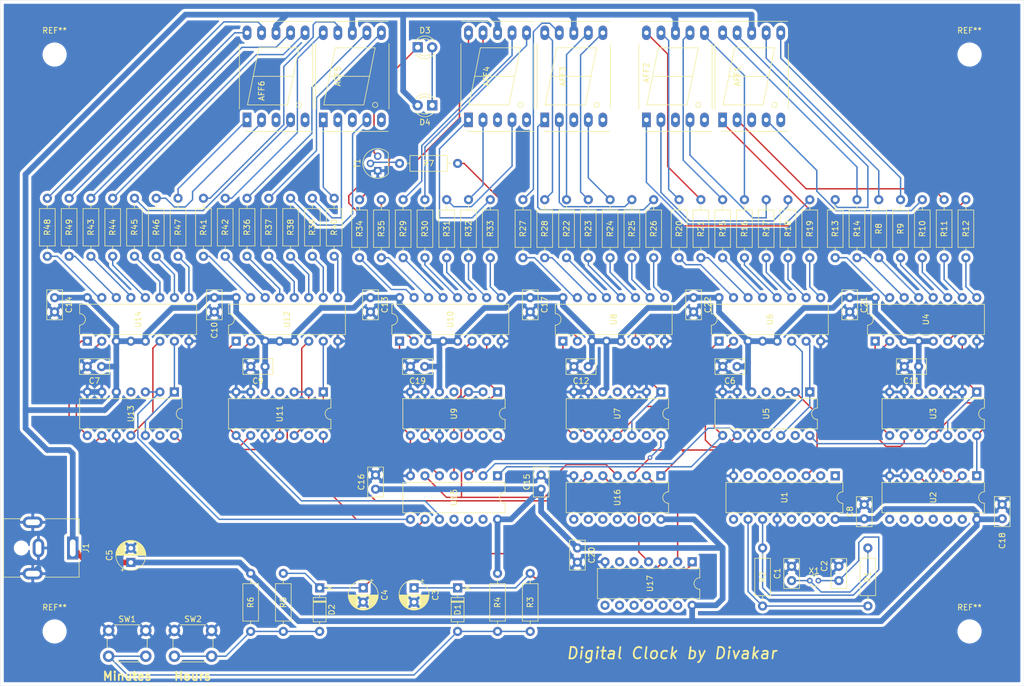
<source format=kicad_pcb>
(kicad_pcb (version 20211014) (generator pcbnew)
  (layers (0 "F.Cu" signal) (31 "B.Cu" signal) (34 "B.Paste" user) (35 "F.Paste" user) (36 "B.SilkS" user "B.Silkscreen") (37 "F.SilkS" user "F.Silkscreen") (38 "B.Mask" user) (39 "F.Mask" user) (44 "Edge.Cuts" user))
  (net 0 "")
  (net 1 "Net-(AFF1-Pad1)")
  (net 2 "Net-(AFF1-Pad2)")
  (net 3 "+5V")
  (net 4 "Net-(AFF1-Pad4)")
  (net 5 "Net-(AFF1-Pad5)")
  (net 6 "Net-(AFF1-Pad6)")
  (net 7 "Net-(AFF1-Pad7)")
  (net 8 "Net-(AFF1-Pad9)")
  (net 9 "Net-(AFF1-Pad10)")
  (net 10 "Net-(AFF2-Pad1)")
  (net 11 "Net-(AFF2-Pad2)")
  (net 12 "Net-(AFF2-Pad4)")
  (net 13 "Net-(AFF2-Pad5)")
  (net 14 "Net-(AFF2-Pad6)")
  (net 15 "Net-(AFF2-Pad7)")
  (net 16 "Net-(AFF2-Pad9)")
  (net 17 "Net-(AFF2-Pad10)")
  (net 18 "Net-(AFF3-Pad1)")
  (net 19 "Net-(AFF3-Pad2)")
  (net 20 "Net-(AFF3-Pad4)")
  (net 21 "Net-(AFF3-Pad5)")
  (net 22 "Net-(AFF3-Pad6)")
  (net 23 "Net-(AFF3-Pad7)")
  (net 24 "Net-(AFF3-Pad9)")
  (net 25 "Net-(AFF3-Pad10)")
  (net 26 "Net-(AFF4-Pad1)")
  (net 27 "Net-(AFF4-Pad2)")
  (net 28 "Net-(AFF4-Pad4)")
  (net 29 "Net-(AFF4-Pad5)")
  (net 30 "Net-(AFF4-Pad6)")
  (net 31 "Net-(AFF4-Pad7)")
  (net 32 "Net-(AFF4-Pad9)")
  (net 33 "Net-(AFF4-Pad10)")
  (net 34 "Net-(AFF5-Pad1)")
  (net 35 "Net-(AFF5-Pad2)")
  (net 36 "Net-(AFF5-Pad4)")
  (net 37 "Net-(AFF5-Pad5)")
  (net 38 "Net-(AFF5-Pad6)")
  (net 39 "Net-(AFF5-Pad7)")
  (net 40 "Net-(AFF5-Pad9)")
  (net 41 "Net-(AFF5-Pad10)")
  (net 42 "Net-(AFF6-Pad1)")
  (net 43 "Net-(AFF6-Pad2)")
  (net 44 "Net-(AFF6-Pad4)")
  (net 45 "Net-(AFF6-Pad5)")
  (net 46 "Net-(AFF6-Pad6)")
  (net 47 "Net-(AFF6-Pad7)")
  (net 48 "Net-(AFF6-Pad9)")
  (net 49 "Net-(AFF6-Pad10)")
  (net 50 "GND")
  (net 51 "Net-(C1-Pad1)")
  (net 52 "Net-(C2-Pad1)")
  (net 53 "Net-(C3-Pad1)")
  (net 54 "Net-(C4-Pad1)")
  (net 55 "Net-(D1-Pad2)")
  (net 56 "Net-(D2-Pad2)")
  (net 57 "Net-(D3-Pad2)")
  (net 58 "Net-(D3-Pad1)")
  (net 59 "Net-(R1-Pad1)")
  (net 60 "CLK")
  (net 61 "Net-(R7-Pad1)")
  (net 62 "Net-(R8-Pad2)")
  (net 63 "Net-(R9-Pad2)")
  (net 64 "Net-(R10-Pad2)")
  (net 65 "Net-(R11-Pad2)")
  (net 66 "Net-(R12-Pad2)")
  (net 67 "Net-(R13-Pad2)")
  (net 68 "Net-(R14-Pad2)")
  (net 69 "Net-(R15-Pad2)")
  (net 70 "Net-(R16-Pad2)")
  (net 71 "Net-(R17-Pad2)")
  (net 72 "Net-(R18-Pad2)")
  (net 73 "Net-(R19-Pad2)")
  (net 74 "Net-(R20-Pad2)")
  (net 75 "Net-(R21-Pad2)")
  (net 76 "Net-(R22-Pad2)")
  (net 77 "Net-(R23-Pad2)")
  (net 78 "Net-(R24-Pad2)")
  (net 79 "Net-(R25-Pad2)")
  (net 80 "Net-(R26-Pad2)")
  (net 81 "Net-(R27-Pad2)")
  (net 82 "Net-(R28-Pad2)")
  (net 83 "Net-(R29-Pad2)")
  (net 84 "Net-(R30-Pad2)")
  (net 85 "Net-(R31-Pad2)")
  (net 86 "Net-(R32-Pad2)")
  (net 87 "Net-(R33-Pad2)")
  (net 88 "Net-(R34-Pad2)")
  (net 89 "Net-(R35-Pad2)")
  (net 90 "Net-(R36-Pad2)")
  (net 91 "Net-(R37-Pad2)")
  (net 92 "Net-(R38-Pad2)")
  (net 93 "Net-(R39-Pad2)")
  (net 94 "Net-(R40-Pad2)")
  (net 95 "Net-(R41-Pad2)")
  (net 96 "Net-(R42-Pad2)")
  (net 97 "Net-(R43-Pad2)")
  (net 98 "Net-(R44-Pad2)")
  (net 99 "Net-(R45-Pad2)")
  (net 100 "Net-(R46-Pad2)")
  (net 101 "Net-(R47-Pad2)")
  (net 102 "Net-(R48-Pad2)")
  (net 103 "Net-(R49-Pad2)")
  (net 104 "Net-(U1-Pad15)")
  (net 105 "Net-(U1-Pad7)")
  (net 106 "Net-(U1-Pad14)")
  (net 107 "Net-(U1-Pad6)")
  (net 108 "Net-(U1-Pad13)")
  (net 109 "Net-(U1-Pad5)")
  (net 110 "Net-(U1-Pad4)")
  (net 111 "Net-(U1-Pad3)")
  (net 112 "Net-(U1-Pad2)")
  (net 113 "Net-(U1-Pad9)")
  (net 114 "Net-(U1-Pad1)")
  (net 115 "Net-(U2-Pad2)")
  (net 116 "Net-(U3-Pad1)")
  (net 117 "Net-(U3-Pad11)")
  (net 118 "Net-(U3-Pad9)")
  (net 119 "Net-(U3-Pad8)")
  (net 120 "Net-(U5-Pad1)")
  (net 121 "Net-(U5-Pad11)")
  (net 122 "Net-(U15-Pad3)")
  (net 123 "Net-(U15-Pad2)")
  (net 124 "Net-(U15-Pad1)")
  (net 125 "Net-(U16-Pad3)")
  (net 126 "Net-(U7-Pad1)")
  (net 127 "Net-(U7-Pad11)")
  (net 128 "Net-(U7-Pad9)")
  (net 129 "Net-(U7-Pad8)")
  (net 130 "Net-(U10-Pad7)")
  (net 131 "Net-(U10-Pad6)")
  (net 132 "Net-(U15-Pad6)")
  (net 133 "Net-(U10-Pad1)")
  (net 134 "Net-(U10-Pad2)")
  (net 135 "Net-(U11-Pad14)")
  (net 136 "Net-(U11-Pad1)")
  (net 137 "Net-(U11-Pad11)")
  (net 138 "Net-(U11-Pad2)")
  (net 139 "Net-(U11-Pad9)")
  (net 140 "Net-(U11-Pad8)")
  (net 141 "Net-(U13-Pad1)")
  (net 142 "Net-(U13-Pad11)")
  (net 143 "Net-(U13-Pad9)")
  (net 144 "Net-(U13-Pad8)")
  (net 145 "Net-(U16-Pad5)")
  (net 146 "Net-(U16-Pad2)")
  (net 147 "Net-(AFF1-Pad3)")
  (net 148 "Net-(AFF2-Pad3)")
  (net 149 "Net-(AFF3-Pad3)")
  (net 150 "Net-(AFF4-Pad3)")
  (net 151 "Net-(AFF5-Pad3)")
  (net 152 "Net-(AFF6-Pad3)")
  (footprint "Display_7Segment:7SegmentLED_LTS6760_LTS6780" (layer "F.Cu") (at 148.59 52.705 90)
    (fp_text reference "AFF1")
    (fp_text value "LTS-6960HR")
  )
  (footprint "Display_7Segment:7SegmentLED_LTS6760_LTS6780" (layer "F.Cu") (at 135.255 52.705 90)
    (fp_text reference "AFF2")
    (fp_text value "LTS-6960HR")
  )
  (footprint "Display_7Segment:7SegmentLED_LTS6760_LTS6780" (layer "F.Cu") (at 117.475 52.705 90)
    (fp_text reference "AFF3")
    (fp_text value "LTS-6960HR")
  )
  (footprint "Display_7Segment:7SegmentLED_LTS6760_LTS6780" (layer "F.Cu") (at 104.14 52.705 90)
    (fp_text reference "AFF4")
    (fp_text value "LTS-6960HR")
  )
  (footprint "Capacitor_THT:CP_Radial_D5.0mm_P2.50mm" (layer "F.Cu") (at 94.615 134.62 -90)
    (fp_text reference "C3")
    (fp_text value "4.7u")
  )
  (footprint "Capacitor_THT:CP_Radial_D5.0mm_P2.50mm" (layer "F.Cu") (at 85.725 134.62 -90)
    (fp_text reference "C4")
    (fp_text value "4.7u")
  )
  (footprint "Diode_THT:D_DO-35_SOD27_P7.62mm_Horizontal" (layer "F.Cu") (at 102.235 134.62 -90)
    (fp_text reference "D1")
    (fp_text value "1N4148")
  )
  (footprint "Diode_THT:D_DO-35_SOD27_P7.62mm_Horizontal" (layer "F.Cu") (at 78.105 134.62 -90)
    (fp_text reference "D2")
    (fp_text value "1N4148")
  )
  (footprint "LED_THT:LED_D3.0mm" (layer "F.Cu") (at 95.25 40.005)
    (fp_text reference "D3")
    (fp_text value "LED")
  )
  (footprint "LED_THT:LED_D3.0mm" (layer "F.Cu") (at 97.79 50.165 180)
    (fp_text reference "D4")
    (fp_text value "LED")
  )
  (footprint "Resistor_THT:R_Axial_DIN0207_L6.3mm_D2.5mm_P10.16mm_Horizontal" (layer "F.Cu") (at 173.99 137.795 90)
    (fp_text reference "R1")
    (fp_text value "220K")
  )
  (footprint "Resistor_THT:R_Axial_DIN0207_L6.3mm_D2.5mm_P10.16mm_Horizontal" (layer "F.Cu") (at 155.575 137.795 90)
    (fp_text reference "R2")
    (fp_text value "10M")
  )
  (footprint "Resistor_THT:R_Axial_DIN0207_L6.3mm_D2.5mm_P10.16mm_Horizontal" (layer "F.Cu") (at 114.935 142.24 90)
    (fp_text reference "R3")
    (fp_text value "5K")
  )
  (footprint "Resistor_THT:R_Axial_DIN0207_L6.3mm_D2.5mm_P10.16mm_Horizontal" (layer "F.Cu") (at 109.22 132.08 -90)
    (fp_text reference "R4")
    (fp_text value "2.2K")
  )
  (footprint "Resistor_THT:R_Axial_DIN0207_L6.3mm_D2.5mm_P10.16mm_Horizontal" (layer "F.Cu") (at 71.755 142.24 90)
    (fp_text reference "R5")
    (fp_text value "5K")
  )
  (footprint "Resistor_THT:R_Axial_DIN0207_L6.3mm_D2.5mm_P10.16mm_Horizontal" (layer "F.Cu") (at 66.04 132.08 -90)
    (fp_text reference "R6")
    (fp_text value "2.2K")
  )
  (footprint "Resistor_THT:R_Axial_DIN0207_L6.3mm_D2.5mm_P10.16mm_Horizontal" (layer "F.Cu") (at 175.895 66.675 -90)
    (fp_text reference "R8")
    (fp_text value "220")
  )
  (footprint "Resistor_THT:R_Axial_DIN0207_L6.3mm_D2.5mm_P10.16mm_Horizontal" (layer "F.Cu") (at 179.705 66.675 -90)
    (fp_text reference "R9")
    (fp_text value "220")
  )
  (footprint "Resistor_THT:R_Axial_DIN0207_L6.3mm_D2.5mm_P10.16mm_Horizontal" (layer "F.Cu") (at 183.515 66.675 -90)
    (fp_text reference "R10")
    (fp_text value "220")
  )
  (footprint "Resistor_THT:R_Axial_DIN0207_L6.3mm_D2.5mm_P10.16mm_Horizontal" (layer "F.Cu") (at 187.325 66.675 -90)
    (fp_text reference "R11")
    (fp_text value "220")
  )
  (footprint "Resistor_THT:R_Axial_DIN0207_L6.3mm_D2.5mm_P10.16mm_Horizontal" (layer "F.Cu") (at 191.135 66.675 -90)
    (fp_text reference "R12")
    (fp_text value "220")
  )
  (footprint "Resistor_THT:R_Axial_DIN0207_L6.3mm_D2.5mm_P10.16mm_Horizontal" (layer "F.Cu") (at 168.275 66.675 -90)
    (fp_text reference "R13")
    (fp_text value "220")
  )
  (footprint "Resistor_THT:R_Axial_DIN0207_L6.3mm_D2.5mm_P10.16mm_Horizontal" (layer "F.Cu") (at 163.83 66.675 -90)
    (fp_text reference "R19")
    (fp_text value "220")
  )
  (footprint "Resistor_THT:R_Axial_DIN0207_L6.3mm_D2.5mm_P10.16mm_Horizontal" (layer "F.Cu") (at 140.97 66.675 -90)
    (fp_text reference "R20")
    (fp_text value "220")
  )
  (footprint "Resistor_THT:R_Axial_DIN0207_L6.3mm_D2.5mm_P10.16mm_Horizontal" (layer "F.Cu") (at 121.285 66.675 -90)
    (fp_text reference "R22")
    (fp_text value "220")
  )
  (footprint "Resistor_THT:R_Axial_DIN0207_L6.3mm_D2.5mm_P10.16mm_Horizontal" (layer "F.Cu") (at 125.095 66.675 -90)
    (fp_text reference "R23")
    (fp_text value "220")
  )
  (footprint "Resistor_THT:R_Axial_DIN0207_L6.3mm_D2.5mm_P10.16mm_Horizontal" (layer "F.Cu") (at 128.905 66.675 -90)
    (fp_text reference "R24")
    (fp_text value "220")
  )
  (footprint "Resistor_THT:R_Axial_DIN0207_L6.3mm_D2.5mm_P10.16mm_Horizontal" (layer "F.Cu") (at 132.715 66.675 -90)
    (fp_text reference "R25")
    (fp_text value "220")
  )
  (footprint "Resistor_THT:R_Axial_DIN0207_L6.3mm_D2.5mm_P10.16mm_Horizontal" (layer "F.Cu") (at 136.525 66.675 -90)
    (fp_text reference "R26")
    (fp_text value "220")
  )
  (footprint "Resistor_THT:R_Axial_DIN0207_L6.3mm_D2.5mm_P10.16mm_Horizontal" (layer "F.Cu") (at 113.665 66.675 -90)
    (fp_text reference "R27")
    (fp_text value "220")
  )
  (footprint "Resistor_THT:R_Axial_DIN0207_L6.3mm_D2.5mm_P10.16mm_Horizontal" (layer "F.Cu") (at 117.475 66.675 -90)
    (fp_text reference "R28")
    (fp_text value "220")
  )
  (footprint "Resistor_THT:R_Axial_DIN0207_L6.3mm_D2.5mm_P10.16mm_Horizontal" (layer "F.Cu") (at 92.71 66.675 -90)
    (fp_text reference "R29")
    (fp_text value "220")
  )
  (footprint "Resistor_THT:R_Axial_DIN0207_L6.3mm_D2.5mm_P10.16mm_Horizontal" (layer "F.Cu") (at 96.52 66.675 -90)
    (fp_text reference "R30")
    (fp_text value "220")
  )
  (footprint "Resistor_THT:R_Axial_DIN0207_L6.3mm_D2.5mm_P10.16mm_Horizontal" (layer "F.Cu") (at 100.33 66.675 -90)
    (fp_text reference "R31")
    (fp_text value "220")
  )
  (footprint "Resistor_THT:R_Axial_DIN0207_L6.3mm_D2.5mm_P10.16mm_Horizontal" (layer "F.Cu") (at 104.14 66.675 -90)
    (fp_text reference "R32")
    (fp_text value "220")
  )
  (footprint "Resistor_THT:R_Axial_DIN0207_L6.3mm_D2.5mm_P10.16mm_Horizontal" (layer "F.Cu") (at 85.09 66.675 -90)
    (fp_text reference "R34")
    (fp_text value "220")
  )
  (footprint "Resistor_THT:R_Axial_DIN0207_L6.3mm_D2.5mm_P10.16mm_Horizontal" (layer "F.Cu") (at 88.9 66.675 -90)
    (fp_text reference "R35")
    (fp_text value "220")
  )
  (footprint "Resistor_THT:R_Axial_DIN0207_L6.3mm_D2.5mm_P10.16mm_Horizontal" (layer "F.Cu") (at 34.29 66.422749 -90)
    (fp_text reference "R49")
    (fp_text value "220")
  )
  (footprint "Package_TO_SOT_THT:TO-92" (layer "F.Cu") (at 88.265 61.595 90)
    (fp_text reference "T1")
    (fp_text value "2N2222")
  )
  (footprint "Package_DIP:DIP-16_W7.62mm" (layer "F.Cu") (at 168.275 115 -90)
    (fp_text reference "U1")
    (fp_text value "CD4060")
  )
  (footprint "Package_DIP:DIP-14_W7.62mm" (layer "F.Cu") (at 193.04 115 -90)
    (fp_text reference "U2")
    (fp_text value "4013")
  )
  (footprint "Package_DIP:DIP-14_W7.62mm" (layer "F.Cu") (at 193.04 100.33 -90)
    (fp_text reference "U3")
    (fp_text value "74LS90")
  )
  (footprint "Package_DIP:DIP-16_W7.62mm" (layer "F.Cu") (at 175.26 91.44 90)
    (fp_text reference "U4")
    (fp_text value "74LS47")
  )
  (footprint "Package_DIP:DIP-14_W7.62mm" (layer "F.Cu") (at 137.795 100.33 -90)
    (fp_text reference "U7")
    (fp_text value "74LS90")
  )
  (footprint "Package_DIP:DIP-16_W7.62mm" (layer "F.Cu") (at 120.65 91.44 90)
    (fp_text reference "U8")
    (fp_text value "74LS47")
  )
  (footprint "Package_DIP:DIP-14_W7.62mm" (layer "F.Cu") (at 109.22 100.33 -90)
    (fp_text reference "U9")
    (fp_text value "74LS90")
  )
  (footprint "Package_DIP:DIP-16_W7.62mm" (layer "F.Cu") (at 92.075 91.44 90)
    (fp_text reference "U10")
    (fp_text value "74LS47")
  )
  (footprint "Package_DIP:DIP-16_W7.62mm" (layer "F.Cu") (at 37.465 91.44 90)
    (fp_text reference "U14")
    (fp_text value "74LS47")
  )
  (footprint "Package_DIP:DIP-14_W7.62mm" (layer "F.Cu") (at 109.22 115 -90)
    (fp_text reference "U15")
    (fp_text value "74LS08")
  )
  (footprint "Package_DIP:DIP-14_W7.62mm" (layer "F.Cu") (at 137.795 115 -90)
    (fp_text reference "U16")
    (fp_text value "74LS32")
  )
  (footprint "Package_DIP:DIP-14_W7.62mm" (layer "F.Cu") (at 143.256 130.048 -90)
    (fp_text reference "U17")
    (fp_text value "74LS14")
  )
  (footprint "Capacitor_THT:C_Disc_D5.0mm_W2.5mm_P2.50mm" (layer "F.Cu") (at 39.965 95.885 180)
    (fp_text reference "C7")
    (fp_text value "0.1u")
  )
  (footprint "Capacitor_THT:C_Disc_D5.0mm_W2.5mm_P2.50mm" (layer "F.Cu") (at 173.355 122.535 90)
    (fp_text reference "C8")
    (fp_text value "0.1u")
  )
  (footprint "Capacitor_THT:C_Disc_D5.0mm_W2.5mm_P2.50mm" (layer "F.Cu") (at 68.56 95.885 180)
    (fp_text reference "C9")
    (fp_text value "0.1u")
  )
  (footprint "Capacitor_THT:C_Disc_D5.0mm_W2.5mm_P2.50mm" (layer "F.Cu") (at 59.69 83.82 -90)
    (fp_text reference "C10")
    (fp_text value "0.1u")
  )
  (footprint "Capacitor_THT:C_Disc_D5.0mm_W2.5mm_P2.50mm" (layer "F.Cu") (at 182.86 95.885 180)
    (fp_text reference "C11")
    (fp_text value "0.1u")
  )
  (footprint "Capacitor_THT:C_Disc_D5.0mm_W2.5mm_P2.50mm" (layer "F.Cu") (at 125.075 95.885 180)
    (fp_text reference "C12")
    (fp_text value "0.1u")
  )
  (footprint "Capacitor_THT:C_Disc_D5.0mm_W2.5mm_P2.50mm" (layer "F.Cu") (at 86.995 83.82 -90)
    (fp_text reference "C13")
    (fp_text value "0.1u")
  )
  (footprint "Capacitor_THT:C_Disc_D5.0mm_W2.5mm_P2.50mm" (layer "F.Cu") (at 31.75 83.82 -90)
    (fp_text reference "C14")
    (fp_text value "0.1u")
  )
  (footprint "Capacitor_THT:C_Disc_D5.0mm_W2.5mm_P2.50mm" (layer "F.Cu") (at 116.84 117.348 90)
    (fp_text reference "C15")
    (fp_text value "0.1u")
  )
  (footprint "Capacitor_THT:C_Disc_D5.0mm_W2.5mm_P2.50mm" (layer "F.Cu") (at 87.884 117.348 90)
    (fp_text reference "C16")
    (fp_text value "0.1u")
  )
  (footprint "Capacitor_THT:C_Disc_D5.0mm_W2.5mm_P2.50mm" (layer "F.Cu") (at 114.935 83.82 -90)
    (fp_text reference "C17")
    (fp_text value "0.1u")
  )
  (footprint "Capacitor_THT:C_Disc_D5.0mm_W2.5mm_P2.50mm" (layer "F.Cu") (at 197.485 122.515 90)
    (fp_text reference "C18")
    (fp_text value "0.1u")
  )
  (footprint "Capacitor_THT:C_Disc_D5.0mm_W2.5mm_P2.50mm" (layer "F.Cu") (at 96.48 95.885 180)
    (fp_text reference "C19")
    (fp_text value "0.1u")
  )
  (footprint "Capacitor_THT:C_Disc_D5.0mm_W2.5mm_P2.50mm" (layer "F.Cu") (at 123.19 127.635 -90)
    (fp_text reference "C20")
    (fp_text value "0.1u")
  )
  (footprint "Capacitor_THT:C_Disc_D5.0mm_W2.5mm_P2.50mm" (layer "F.Cu") (at 143.51 83.82 -90)
    (fp_text reference "C22")
    (fp_text value "0.1u")
  )
  (footprint "Capacitor_THT:C_Disc_D5.0mm_W2.5mm_P2.50mm" (layer "F.Cu") (at 170.815 83.82 -90)
    (fp_text reference "C21")
    (fp_text value "0.1u")
  )
  (footprint "Button_Switch_THT:SW_PUSH_6mm" (layer "F.Cu") (at 41.2 142.08)
    (fp_text reference "SW1")
    (fp_text value "SW_Push")
  )
  (footprint "Button_Switch_THT:SW_PUSH_6mm" (layer "F.Cu") (at 52.705 142.08)
    (fp_text reference "SW2")
    (fp_text value "SW_Push")
  )
  (footprint "Package_DIP:DIP-14_W7.62mm" (layer "F.Cu") (at 78.74 100.33 -90)
    (fp_text reference "U11")
    (fp_text value "74LS90")
  )
  (footprint "Package_DIP:DIP-14_W7.62mm" (layer "F.Cu") (at 52.705 100.33 -90)
    (fp_text reference "U13")
    (fp_text value "74LS90")
  )
  (footprint "Package_DIP:DIP-16_W7.62mm" (layer "F.Cu") (at 63.5 91.44 90)
    (fp_text reference "U12")
    (fp_text value "74LS47")
  )
  (footprint "Resistor_THT:R_Axial_DIN0207_L6.3mm_D2.5mm_P10.16mm_Horizontal" (layer "F.Cu") (at 80.645 66.422749 -90)
    (fp_text reference "R40")
    (fp_text value "220")
  )
  (footprint "Resistor_THT:R_Axial_DIN0207_L6.3mm_D2.5mm_P10.16mm_Horizontal" (layer "F.Cu") (at 65.405 66.422749 -90)
    (fp_text reference "R36")
    (fp_text value "220")
  )
  (footprint "Resistor_THT:R_Axial_DIN0207_L6.3mm_D2.5mm_P10.16mm_Horizontal" (layer "F.Cu") (at 73.025 66.422749 -90)
    (fp_text reference "R38")
    (fp_text value "220")
  )
  (footprint "Resistor_THT:R_Axial_DIN0207_L6.3mm_D2.5mm_P10.16mm_Horizontal" (layer "F.Cu") (at 69.215 66.422749 -90)
    (fp_text reference "R37")
    (fp_text value "220")
  )
  (footprint "Resistor_THT:R_Axial_DIN0207_L6.3mm_D2.5mm_P10.16mm_Horizontal" (layer "F.Cu") (at 76.835 66.422749 -90)
    (fp_text reference "R39")
    (fp_text value "220")
  )
  (footprint "Resistor_THT:R_Axial_DIN0207_L6.3mm_D2.5mm_P10.16mm_Horizontal" (layer "F.Cu") (at 45.72 66.422749 -90)
    (fp_text reference "R45")
    (fp_text value "220")
  )
  (footprint "Resistor_THT:R_Axial_DIN0207_L6.3mm_D2.5mm_P10.16mm_Horizontal" (layer "F.Cu") (at 57.785 66.422749 -90)
    (fp_text reference "R41")
    (fp_text value "220")
  )
  (footprint "Resistor_THT:R_Axial_DIN0207_L6.3mm_D2.5mm_P10.16mm_Horizontal" (layer "F.Cu") (at 38.1 66.422749 -90)
    (fp_text reference "R43")
    (fp_text value "220")
  )
  (footprint "Resistor_THT:R_Axial_DIN0207_L6.3mm_D2.5mm_P10.16mm_Horizontal" (layer "F.Cu") (at 49.53 66.422749 -90)
    (fp_text reference "R46")
    (fp_text value "220")
  )
  (footprint "Resistor_THT:R_Axial_DIN0207_L6.3mm_D2.5mm_P10.16mm_Horizontal" (layer "F.Cu") (at 53.34 66.422749 -90)
    (fp_text reference "R47")
    (fp_text value "220")
  )
  (footprint "Resistor_THT:R_Axial_DIN0207_L6.3mm_D2.5mm_P10.16mm_Horizontal" (layer "F.Cu") (at 41.91 66.422749 -90)
    (fp_text reference "R44")
    (fp_text value "220")
  )
  (footprint "Resistor_THT:R_Axial_DIN0207_L6.3mm_D2.5mm_P10.16mm_Horizontal" (layer "F.Cu") (at 61.595 66.422749 -90)
    (fp_text reference "R42")
    (fp_text value "220")
  )
  (footprint "Resistor_THT:R_Axial_DIN0207_L6.3mm_D2.5mm_P10.16mm_Horizontal" (layer "F.Cu") (at 30.48 66.422749 -90)
    (fp_text reference "R48")
    (fp_text value "220")
  )
  (footprint "Display_7Segment:7SegmentLED_LTS6760_LTS6780" (layer "F.Cu") (at 78.74 52.705 90)
    (fp_text reference "AFF5")
    (fp_text value "LTS-6960HR")
  )
  (footprint "Display_7Segment:7SegmentLED_LTS6760_LTS6780" (layer "F.Cu") (at 65.405 52.705 90)
    (fp_text reference "AFF6")
    (fp_text value "LTS-6960HR")
  )
  (footprint "Resistor_THT:R_Axial_DIN0207_L6.3mm_D2.5mm_P10.16mm_Horizontal" (layer "F.Cu") (at 172.085 66.675 -90)
    (fp_text reference "R14")
    (fp_text value "220")
  )
  (footprint "Resistor_THT:R_Axial_DIN0207_L6.3mm_D2.5mm_P10.16mm_Horizontal" (layer "F.Cu") (at 107.95 66.675 -90)
    (fp_text reference "R33")
    (fp_text value "220")
  )
  (footprint "Capacitor_THT:C_Disc_D5.0mm_W2.5mm_P2.50mm" (layer "F.Cu") (at 151.11 95.885 180)
    (fp_text reference "C6")
    (fp_text value "0.1u")
  )
  (footprint "Resistor_THT:R_Axial_DIN0207_L6.3mm_D2.5mm_P10.16mm_Horizontal" (layer "F.Cu") (at 148.59 66.675 -90)
    (fp_text reference "R15")
    (fp_text value "220")
  )
  (footprint "Resistor_THT:R_Axial_DIN0207_L6.3mm_D2.5mm_P10.16mm_Horizontal" (layer "F.Cu") (at 152.4 66.675 -90)
    (fp_text reference "R16")
    (fp_text value "220")
  )
  (footprint "Resistor_THT:R_Axial_DIN0207_L6.3mm_D2.5mm_P10.16mm_Horizontal" (layer "F.Cu") (at 156.21 66.675 -90)
    (fp_text reference "R17")
    (fp_text value "220")
  )
  (footprint "Resistor_THT:R_Axial_DIN0207_L6.3mm_D2.5mm_P10.16mm_Horizontal" (layer "F.Cu") (at 160.02 66.675 -90)
    (fp_text reference "R18")
    (fp_text value "220")
  )
  (footprint "Resistor_THT:R_Axial_DIN0207_L6.3mm_D2.5mm_P10.16mm_Horizontal" (layer "F.Cu") (at 144.78 66.675 -90)
    (fp_text reference "R21")
    (fp_text value "220")
  )
  (footprint "Package_DIP:DIP-14_W7.62mm" (layer "F.Cu") (at 163.83 100.33 -90)
    (fp_text reference "U5")
    (fp_text value "74LS90")
  )
  (footprint "Package_DIP:DIP-16_W7.62mm" (layer "F.Cu") (at 147.955 91.44 90)
    (fp_text reference "U6")
    (fp_text value "74LS47")
  )
  (footprint "Connector_BarrelJack:BarrelJack_CUI_PJ-063AH_Horizontal" (layer "F.Cu") (at 34.925 127.635 -90)
    (fp_text reference "J1")
    (fp_text value "Barrel_Jack_MountingPin")
  )
  (footprint "Capacitor_THT:CP_Radial_D5.0mm_P2.50mm" (layer "F.Cu") (at 45.085 130.175 90)
    (fp_text reference "C5")
    (fp_text value "10u")
  )
  (footprint "Capacitor_THT:C_Disc_D5.0mm_W2.5mm_P2.50mm" (layer "F.Cu") (at 168.91 133.35 90)
    (fp_text reference "C2")
    (fp_text value "39p")
  )
  (footprint "Capacitor_THT:C_Disc_D5.0mm_W2.5mm_P2.50mm" (layer "F.Cu") (at 160.655 133.35 90)
    (fp_text reference "C1")
    (fp_text value "39p")
  )
  (footprint "Crystal:Crystal_Round_D1.0mm_Vertical" (layer "F.Cu") (at 163.83 133.35)
    (fp_text reference "X1")
    (fp_text value "32Khz")
  )
  (footprint "Resistor_THT:R_Axial_DIN0207_L6.3mm_D2.5mm_P10.16mm_Horizontal" (layer "F.Cu") (at 92.075 60.325)
    (fp_text reference "R7")
    (fp_text value "10K")
  )
  (footprint "MountingHole:MountingHole_3.2mm_M3" (layer "F.Cu") (at 31.75 142.24)
    (fp_text reference "REF**")
    (fp_text value "MountingHole_3.2mm_M3")
  )
  (footprint "MountingHole:MountingHole_3.2mm_M3" (layer "F.Cu") (at 191.77 41.275)
    (fp_text reference "REF**")
    (fp_text value "MountingHole_3.2mm_M3")
  )
  (footprint "MountingHole:MountingHole_3.2mm_M3" (layer "F.Cu") (at 31.75 41.275)
    (fp_text reference "REF**")
    (fp_text value "MountingHole_3.2mm_M3")
  )
  (footprint "MountingHole:MountingHole_3.2mm_M3" (layer "F.Cu") (at 191.77 142.24)
    (fp_text reference "REF**")
    (fp_text value "MountingHole_3.2mm_M3")
  )
  (gr_line (start 22.225 33.655) (end 22.225 133.35) (layer "Edge.Cuts") (width 0.05))
  (gr_line (start 22.225 151.765) (end 201.295 151.765) (layer "Edge.Cuts") (width 0.05))
  (gr_line (start 22.225 31.75) (end 22.225 33.655) (layer "Edge.Cuts") (width 0.05))
  (gr_line (start 201.295 41.91) (end 201.295 31.75) (layer "Edge.Cuts") (width 0.05))
  (gr_line (start 22.225 133.35) (end 22.225 151.765) (layer "Edge.Cuts") (width 0.05))
  (gr_line (start 201.295 31.75) (end 22.225 31.75) (layer "Edge.Cuts") (width 0.05))
  (gr_line (start 201.295 151.765) (end 201.295 41.91) (layer "Edge.Cuts") (width 0.05))
  (gr_text "Hours" (at 55.88 150.08) (layer "F.SilkS") (effects (font (size 1.5 1.5) (thickness 0.3))))
  (gr_text "Digital Clock by Divakar" (at 139.7 146.05) (layer "F.SilkS") (effects (font (size 2 2) (thickness 0.3) italic)))
  (gr_text "Minutes" (at 44.45 150.08) (layer "F.SilkS") (effects (font (size 1.5 1.5) (thickness 0.3))))
  (segment (start 187.96 69.85) (end 191.135 66.675) (width 0.25) (layer "F.Cu") (net 1))
  (segment (start 165.235 69.85) (end 187.96 69.85) (width 0.25) (layer "F.Cu") (net 1))
  (segment (start 148.59 53.205) (end 165.235 69.85) (width 0.25) (layer "F.Cu") (net 1))
  (segment (start 185.42 64.77) (end 187.325 66.675) (width 0.25) (layer "F.Cu") (net 2))
  (segment (start 163.195 64.77) (end 185.42 64.77) (width 0.25) (layer "F.Cu") (net 2))
  (segment (start 151.13 52.705) (end 163.195 64.77) (width 0.25) (layer "F.Cu") (net 2))
  (segment (start 37.465 130.175) (end 45.085 130.175) (width 1) (layer "F.Cu") (net 3))
  (segment (start 34.925 127.635) (end 37.465 130.175) (width 1) (layer "F.Cu") (net 3))
  (segment (start 63.5 86.354415) (end 68.58 91.434415) (width 1) (layer "B.Cu") (net 3))
  (segment (start 96.48 95.885) (end 99.06 95.885) (width 1) (layer "B.Cu") (net 3))
  (segment (start 182.88 91.44) (end 185.42 91.44) (width 1) (layer "B.Cu") (net 3))
  (segment (start 34.29 110.49) (end 34.925 111.125) (width 1) (layer "B.Cu") (net 3))
  (segment (start 125.73 95.23) (end 125.075 95.885) (width 1) (layer "B.Cu") (net 3))
  (segment (start 58.55863 83.82) (end 59.69 83.82) (width 1) (layer "B.Cu") (net 3))
  (segment (start 42.545 95.885) (end 42.545 100.33) (width 1) (layer "B.Cu") (net 3))
  (segment (start 107.95 34.29) (end 121.92 34.29) (width 1) (layer "B.Cu") (net 3))
  (segment (start 135.49863 85.62) (end 140.57863 85.62) (width 1) (layer "B.Cu") (net 3))
  (segment (start 175.339415 122.535) (end 177.054415 120.82) (width 1) (layer "B.Cu") (net 3))
  (segment (start 70.485 37.465) (end 70.485 36.195) (width 1) (layer "B.Cu") (net 3))
  (segment (start 122.555 34.925) (end 121.92 34.29) (width 1) (layer "B.Cu") (net 3))
  (segment (start 92.075 84.95137) (end 97.155 90.03137) (width 1) (layer "B.Cu") (net 3))
  (segment (start 31.75 83.82) (end 37.465 83.82) (width 1) (layer "B.Cu") (net 3))
  (segment (start 153.035 99.695) (end 153.67 100.33) (width 1) (layer "B.Cu") (net 3))
  (segment (start 68.56 95.885) (end 68.56 100.31) (width 1) (layer "B.Cu") (net 3))
  (segment (start 143.575 122.62) (end 148.59 127.635) (width 1) (layer "B.Cu") (net 3))
  (segment (start 99.06 92.075) (end 99.695 91.44) (width 1) (layer "B.Cu") (net 3))
  (segment (start 42.545 91.44) (end 42.545 95.885) (width 1) (layer "B.Cu") (net 3))
  (segment (start 158.115 91.44) (end 158.115 90.30863) (width 1) (layer "B.Cu") (net 3))
  (segment (start 95.25 50.165) (end 92.71 47.625) (width 1) (layer "B.Cu") (net 3))
  (segment (start 45.085 130.175) (end 64.135 130.175) (width 1) (layer "B.Cu") (net 3))
  (segment (start 68.58 91.44) (end 71.12 91.44) (width 1) (layer "B.Cu") (net 3))
  (segment (start 86.995 83.82) (end 92.075 83.82) (width 1) (layer "B.Cu") (net 3))
  (segment (start 112.400585 83.82) (end 114.935 83.82) (width 1) (layer "B.Cu") (net 3))
  (segment (start 78.34863 85.62) (end 84.06363 85.62) (width 1) (layer "B.Cu") (net 3))
  (segment (start 109.22 35.56) (end 107.95 34.29) (width 1) (layer "B.Cu") (net 3))
  (segment (start 39.965 95.885) (end 42.545 95.885) (width 1) (layer "B.Cu") (net 3))
  (segment (start 193.04 121.48863) (end 193.04 122.62) (width 1) (layer "B.Cu") (net 3))
  (segment (start 99.06 95.885) (end 99.06 92.075) (width 1) (layer "B.Cu") (net 3))
  (segment (start 97.155 91.44) (end 99.695 91.44) (width 1) (layer "B.Cu") (net 3))
  (segment (start 153.67 34.29) (end 153.67 37.465) (width 1) (layer "B.Cu") (net 3))
  (segment (start 26.669501 103.505499) (end 26.669501 62.230499) (width 1) (layer "B.Cu") (net 3))
  (segment (start 175.26 83.82) (end 170.815 83.82) (width 1) (layer "B.Cu") (net 3))
  (segment (start 116.84 121.285) (end 116.84 117.348) (width 1) (layer "B.Cu") (net 3))
  (segment (start 111.568 122.62) (end 116.84 117.348) (width 1) (layer "B.Cu") (net 3))
  (segment (start 106.92363 85.62) (end 110.600585 85.62) (width 1) (layer "B.Cu") (net 3))
  (segment (start 125.73 91.44) (end 125.73 90.30863) (width 1) (layer "B.Cu") (net 3))
  (segment (start 42.545 88.9) (end 42.545 91.44) (width 1) (layer "B.Cu") (net 3))
  (segment (start 92.71 34.29) (end 107.95 34.29) (width 1) (layer "B.Cu") (net 3))
  (segment (start 143.256 137.668) (end 143.256 140.081) (width 1) (layer "B.Cu") (net 3))
  (segment (start 158.115 90.30863) (end 162.80363 85.62) (width 1) (layer "B.Cu") (net 3))
  (segment (start 193.04 123.75137) (end 193.04 122.62) (width 1) (layer "B.Cu") (net 3))
  (segment (start 175.26 83.82) (end 175.26 86.36) (width 1) (layer "B.Cu") (net 3))
  (segment (start 130.81 91.44) (end 130.81 90.30863) (width 1) (layer "B.Cu") (net 3))
  (segment (start 109.22 37.465) (end 109.22 35.56) (width 1) (layer "B.Cu") (net 3))
  (segment (start 92.075 83.82) (end 92.075 84.95137) (width 1) (layer "B.Cu") (net 3))
  (segment (start 122.555 37.465) (end 122.555 34.925) (width 1) (layer "B.Cu") (net 3))
  (segment (start 123.19 127.635) (end 148.59 127.635) (width 1) (layer "B.Cu") (net 3))
  (segment (start 83.82 34.29) (end 92.71 34.29) (width 1) (layer "B.Cu") (net 3))
  (segment (start 139.7 34.29) (end 153.67 34.29) (width 1) (layer "B.Cu") (net 3))
  (segment (start 99.06 100.33) (end 99.06 95.885) (width 1) (layer "B.Cu") (net 3))
  (segment (start 72.39 34.29) (end 83.82 34.29) (width 1) (layer "B.Cu") (net 3))
  (segment (start 42.545 91.44) (end 45.085 91.44) (width 1) (layer "B.Cu") (net 3))
  (segment (start 74.4 140.44) (end 143.615 140.44) (width 1) (layer "B.Cu") (net 3))
  (segment (start 162.80363 85.62) (end 167.88363 85.62) (width 1) (layer "B.Cu") (net 3))
  (segment (start 59.69 83.82) (end 63.5 83.82) (width 1) (layer "B.Cu") (net 3))
  (segment (start 26.669501 62.230499) (end 54.61 34.29) (width 1) (layer "B.Cu") (net 3))
  (segment (start 40.500871 103.505499) (end 26.669501 103.505499) (width 1) (layer "B.Cu") (net 3))
  (segment (start 193.04 122.62) (end 197.38 122.62) (width 1) (layer "B.Cu") (net 3))
  (segment (start 42.545 100.33) (end 42.545 101.46137) (width 1) (layer "B.Cu") (net 3))
  (segment (start 142.37863 83.82) (end 143.51 83.82) (width 1) (layer "B.Cu") (net 3))
  (segment (start 143.615 140.44) (end 176.35137 140.44) (width 1) (layer "B.Cu") (net 3))
  (segment (start 178.398185 138.393185) (end 193.04 123.75137) (width 1) (layer "B.Cu") (net 3))
  (segment (start 66.04 132.08) (end 74.4 140.44) (width 1) (layer "B.Cu") (net 3))
  (segment (start 121.92 34.29) (end 139.7 34.29) (width 1) (layer "B.Cu") (net 3))
  (segment (start 87.884 117.348) (end 116.84 117.348) (width 1) (layer "B.Cu") (net 3))
  (segment (start 143.256 140.081) (end 143.615 140.44) (width 1) (layer "B.Cu") (net 3))
  (segment (start 125.73 91.44) (end 125.73 95.23) (width 1) (layer "B.Cu") (net 3))
  (segment (start 182.88 91.44) (end 182.88 95.865) (width 1) (layer "B.Cu") (net 3))
  (segment (start 152.4 95.885) (end 153.035 95.25) (width 1) (layer "B.Cu") (net 3))
  (segment (start 47.625 91.44) (end 47.625 90.30863) (width 1) (layer "B.Cu") (net 3))
  (segment (start 120.65 85.22863) (end 120.65 83.82) (width 1) (layer "B.Cu") (net 3))
  (segment (start 109.22 132.08) (end 109.22 122.62) (width 1) (layer "B.Cu") (net 3))
  (segment (start 102.235 90.30863) (end 106.92363 85.62) (width 1) (layer "B.Cu") (net 3))
  (segment (start 26.669501 106.679501) (end 30.48 110.49) (width 1) (layer "B.Cu") (net 3))
  (segment (start 92.71 47.625) (end 92.71 34.29) (width 1) (layer "B.Cu") (net 3))
  (segment (start 180.34 91.44) (end 182.88 91.44) (width 1) (layer "B.Cu") (net 3))
  (segment (start 52.31363 85.62) (end 56.75863 85.62) (width 1) (layer "B.Cu") (net 3))
  (segment (start 63.5 83.82) (end 63.5 86.354415) (width 1) (layer "B.Cu") (net 3))
  (segment (start 148.59 136.525) (end 147.447 137.668) (width 1) (layer "B.Cu") (net 3))
  (segment (start 85.86363 83.82) (end 86.995 83.82) (width 1) (layer "B.Cu") (net 3))
  (segment (start 147.955 86.354415) (end 153.035 91.434415) (width 1) (layer "B.Cu") (net 3))
  (segment (start 153.035 91.44) (end 153.035 95.25) (width 1) (layer "B.Cu") (net 3))
  (segment (start 158.115 91.44) (end 155.575 91.44) (width 1) (layer "B.Cu") (net 3))
  (segment (start 84.06363 85.62) (end 85.86363 83.82) (width 1) (layer "B.Cu") (net 3))
  (segment (start 34.925 111.125) (end 34.925 127.635) (width 1) (layer "B.Cu") (net 3))
  (segment (start 45.085 91.44) (end 47.625 91.44) (width 1) (layer "B.Cu") (net 3))
  (segment (start 147.447 137.668) (end 143.256 137.668) (width 1) (layer "B.Cu") (net 3))
  (segment (start 54.61 34.29) (end 72.39 34.29) (width 1) (layer "B.Cu") (net 3))
  (segment (start 70.485 36.195) (end 72.39 34.29) (width 1) (layer "B.Cu") (net 3))
  (segment (start 99.695 91.44) (end 102.235 91.44) (width 1) (layer "B.Cu") (net 3))
  (segment (start 140.57863 85.62) (end 142.37863 83.82) (width 1) (layer "B.Cu") (net 3))
  (segment (start 109.22 122.62) (end 111.568 122.62) (width 1) (layer "B.Cu") (net 3))
  (segment (start 128.27 91.44) (end 130.81 91.44) (width 1) (layer "B.Cu") (net 3))
  (segment (start 73.66 91.44) (end 73.66 90.30863) (width 1) (layer "B.Cu") (net 3))
  (segment (start 125.73 90.30863) (end 120.65 85.22863) (width 1) (layer "B.Cu") (net 3))
  (segment (start 37.465 83.82) (end 42.545 88.9) (width 1) (layer "B.Cu") (net 3))
  (segment (start 176.35137 140.44) (end 178.398185 138.393185) (width 1) (layer "B.Cu") (net 3))
  (segment (start 125.73 91.44) (end 128.27 91.44) (width 1) (layer "B.Cu") (net 3))
  (segment (start 169.68363 83.82) (end 170.815 83.82) (width 1) (layer "B.Cu") (net 3))
  (segment (start 151.11 95.885) (end 152.4 95.885) (width 1) (layer "B.Cu") (net 3))
  (segment (start 110.600585 85.62) (end 112.400585 83.82) (width 1) (layer "B.Cu") (net 3))
  (segment (start 73.66 90.30863) (end 78.34863 85.62) (width 1) (layer "B.Cu") (net 3))
  (segment (start 83.82 37.465) (end 83.82 34.29) (width 1) (layer "B.Cu") (net 3))
  (segment (start 143.51 83.82) (end 147.955 83.82) (width 1) (layer "B.Cu") (net 3))
  (segment (start 120.65 83.82) (end 114.935 83.82) (width 1) (layer "B.Cu") (net 3))
  (segment (start 71.12 91.44) (end 73.66 91.44) (width 1) (layer "B.Cu") (net 3))
  (segment (start 26.669501 103.505499) (end 26.669501 106.679501) (width 1) (layer "B.Cu") (net 3))
  (segment (start 128.27 91.44) (end 128.27 99.695) (width 1) (layer "B.Cu") (net 3))
  (segment (start 177.054415 120.82) (end 192.37137 120.82) (width 1) (layer "B.Cu") (net 3))
  (segment (start 168.275 122.62) (end 173.27 122.62) (width 1) (layer "B.Cu") (net 3))
  (segment (start 140.335 37.465) (end 140.335 34.925) (width 1) (layer "B.Cu") (net 3))
  (segment (start 128.27 99.695) (end 127.635 100.33) (width 1) (layer "B.Cu") (net 3))
  (segment (start 68.58 91.44) (end 68.58 95.865) (width 1) (layer "B.Cu") (net 3))
  (segment (start 167.88363 85.62) (end 169.68363 83.82) (width 1) (layer "B.Cu") (net 3))
  (segment (start 148.59 127.635) (end 148.59 136.525) (width 1) (layer "B.Cu") (net 3))
  (segment (start 56.75863 85.62) (end 58.55863 83.82) (width 1) (layer "B.Cu") (net 3))
  (segment (start 42.545 101.46137) (end 40.500871 103.505499) (width 1) (layer "B.Cu") (net 3))
  (segment (start 192.37137 120.82) (end 193.04 121.48863) (width 1) (layer "B.Cu") (net 3))
  (segment (start 153.035 91.44) (end 155.575 91.44) (width 1) (layer "B.Cu") (net 3))
  (segment (start 137.795 122.62) (end 143.575 122.62) (width 1) (layer "B.Cu") (net 3))
  (segment (start 175.26 86.36) (end 180.34 91.44) (width 1) (layer "B.Cu") (net 3))
  (segment (start 123.19 127.635) (end 116.84 121.285) (width 1) (layer "B.Cu") (net 3))
  (segment (start 30.48 110.49) (end 34.29 110.49) (width 1) (layer "B.Cu") (net 3))
  (segment (start 173.355 122.535) (end 175.339415 122.535) (width 1) (layer "B.Cu") (net 3))
  (segment (start 140.335 34.925) (end 139.7 34.29) (width 1) (layer "B.Cu") (net 3))
  (segment (start 147.955 83.82) (end 147.955 86.354415) (width 1) (layer "B.Cu") (net 3))
  (segment (start 153.035 95.25) (end 153.035 99.695) (width 1) (layer "B.Cu") (net 3))
  (segment (start 130.81 90.30863) (end 135.49863 85.62) (width 1) (layer "B.Cu") (net 3))
  (segment (start 64.135 130.175) (end 66.04 132.08) (width 1) (layer "B.Cu") (net 3))
  (segment (start 47.625 90.30863) (end 52.31363 85.62) (width 1) (layer "B.Cu") (net 3))
  (segment (start 182.88 100.33) (end 182.88 95.905) (width 1) (layer "B.Cu") (net 3))
  (segment (start 102.235 91.44) (end 102.235 90.30863) (width 1) (layer "B.Cu") (net 3))
  (segment (start 97.155 90.03137) (end 97.155 91.44) (width 1) (layer "B.Cu") (net 3))
  (segment (start 168.447588 68.58) (end 181.61 68.58) (width 0.25) (layer "B.Cu") (net 4))
  (segment (start 156.21 52.705) (end 165.055 61.55) (width 0.25) (layer "B.Cu") (net 4))
  (segment (start 165.055 61.55) (end 165.055 65.187412) (width 0.25) (layer "B.Cu") (net 4))
  (segment (start 165.055 65.187412) (end 168.447588 68.58) (width 0.25) (layer "B.Cu") (net 4))
  (segment (start 181.61 68.58) (end 183.515 66.675) (width 0.25) (layer "B.Cu") (net 4))
  (segment (start 179.705 66.675) (end 179.705 62.865) (width 0.25) (layer "B.Cu") (net 6))
  (segment (start 158.75 41.91) (end 158.75 37.465) (width 0.25) (layer "B.Cu") (net 6))
  (segment (start 179.705 62.865) (end 158.75 41.91) (width 0.25) (layer "B.Cu") (net 6))
  (segment (start 156.21 37.465) (end 156.21 41.91) (width 0.25) (layer "B.Cu") (net 7))
  (segment (start 156.21 41.91) (end 175.895 61.595) (width 0.25) (layer "B.Cu") (net 7))
  (segment (start 175.895 61.595) (end 175.895 66.675) (width 0.25) (layer "B.Cu") (net 7))
  (segment (start 168.275 67.6303) (end 168.275 66.675) (width 0.25) (layer "B.Cu") (net 8))
  (segment (start 151.13 37.965) (end 173.99 60.825) (width 0.25) (layer "B.Cu") (net 8))
  (segment (start 173.99 60.825) (end 173.99 68.030499) (width 0.25) (layer "B.Cu") (net 8))
  (segment (start 168.675199 68.030499) (end 168.275 67.6303) (width 0.25) (layer "B.Cu") (net 8))
  (segment (start 173.99 68.030499) (end 168.675199 68.030499) (width 0.25) (layer "B.Cu") (net 8))
  (segment (start 172.085 60.96) (end 172.085 66.675) (width 0.25) (layer "B.Cu") (net 9))
  (segment (start 148.59 37.465) (end 172.085 60.96) (width 0.25) (layer "B.Cu") (net 9))
  (segment (start 135.255 63.642112) (end 142.56189 70.949002) (width 0.25) (layer "B.Cu") (net 10))
  (segment (start 142.56189 70.949002) (end 159.555998 70.949002) (width 0.25) (layer "B.Cu") (net 10))
  (segment (start 159.555998 70.949002) (end 163.83 66.675) (width 0.25) (layer "B.Cu") (net 10))
  (segment (start 135.255 52.705) (end 135.255 63.642112) (width 0.25) (layer "B.Cu") (net 10))
  (segment (start 142.789501 70.399501) (end 157.426869 70.399501) (width 0.25) (layer "B.Cu") (net 11))
  (segment (start 160.02 67.80637) (end 160.02 66.675) (width 0.25) (layer "B.Cu") (net 11))
  (segment (start 157.426869 70.399501) (end 160.02 67.80637) (width 0.25) (layer "B.Cu") (net 11))
  (segment (start 137.795 65.405) (end 142.789501 70.399501) (width 0.25) (layer "B.Cu") (net 11))
  (segment (start 137.795 52.705) (end 137.795 65.405) (width 0.25) (layer "B.Cu") (net 11))
  (segment (start 153.842588 69.85) (end 156.21 69.85) (width 0.25) (layer "B.Cu") (net 12))
  (segment (start 142.875 58.882412) (end 153.842588 69.85) (width 0.25) (layer "B.Cu") (net 12))
  (segment (start 142.875 52.705) (end 142.875 58.882412) (width 0.25) (layer "B.Cu") (net 12))
  (segment (start 156.21 69.85) (end 156.21 66.675) (width 0.25) (layer "B.Cu") (net 12))
  (segment (start 152.4 44.95) (end 152.4 66.675) (width 0.25) (layer "B.Cu") (net 14))
  (segment (start 145.415 37.965) (end 152.4 44.95) (width 0.25) (layer "B.Cu") (net 14))
  (segment (start 141.688 38.652) (end 141.688 59.773) (width 0.25) (layer "B.Cu") (net 15))
  (segment (start 141.688 59.773) (end 148.59 66.675) (width 0.25) (layer "B.Cu") (net 15))
  (segment (start 142.875 37.465) (end 141.688 38.652) (width 0.25) (layer "B.Cu") (net 15))
  (segment (start 139.148 64.853) (end 140.97 66.675) (width 0.25) (layer "B.Cu") (net 16))
  (segment (start 137.795 37.465) (end 139.148 38.818) (width 0.25) (layer "B.Cu") (net 16))
  (segment (start 139.148 38.818) (end 139.148 64.853) (width 0.25) (layer "B.Cu") (net 16))
  (segment (start 138.982 41.192) (end 138.982 60.877) (width 0.25) (layer "F.Cu") (net 17))
  (segment (start 135.255 37.465) (end 138.982 41.192) (width 0.25) (layer "F.Cu") (net 17))
  (segment (start 138.982 60.877) (end 144.78 66.675) (width 0.25) (layer "F.Cu") (net 17))
  (segment (start 116.25 53.93) (end 116.25 67.99) (width 0.25) (layer "B.Cu") (net 18))
  (segment (start 116.709501 68.449501) (end 134.750499 68.449501) (width 0.25) (layer "B.Cu") (net 18))
  (segment (start 134.750499 68.449501) (end 136.525 66.675) (width 0.25) (layer "B.Cu") (net 18))
  (segment (start 117.475 52.705) (end 116.25 53.93) (width 0.25) (layer "B.Cu") (net 18))
  (segment (start 116.25 67.99) (end 116.709501 68.449501) (width 0.25) (layer "B.Cu") (net 18))
  (segment (start 131.49 67.9) (end 132.715 66.675) (width 0.25) (layer "B.Cu") (net 19))
  (segment (start 120.777588 67.9) (end 131.49 67.9) (width 0.25) (layer "B.Cu") (net 19))
  (segment (start 120.015 52.705) (end 120.015 67.137412) (width 0.25) (layer "B.Cu") (net 19))
  (segment (start 120.015 67.137412) (end 120.777588 67.9) (width 0.25) (layer "B.Cu") (net 19))
  (segment (start 125.095 62.865) (end 128.905 66.675) (width 0.25) (layer "B.Cu") (net 20))
  (segment (start 125.095 52.705) (end 125.095 62.865) (width 0.25) (layer "B.Cu") (net 20))
  (segment (start 123.742 41.358) (end 123.742 65.322) (width 0.25) (layer "B.Cu") (net 22))
  (segment (start 127.635 37.465) (end 123.742 41.358) (width 0.25) (layer "B.Cu") (net 22))
  (segment (start 123.742 65.322) (end 125.095 66.675) (width 0.25) (layer "B.Cu") (net 22))
  (segment (start 125.095 37.465) (end 121.285 41.275) (width 0.25) (layer "B.Cu") (net 23))
  (segment (start 121.285 41.275) (end 121.285 66.675) (width 0.25) (layer "B.Cu") (net 23))
  (segment (start 116.983329 35.778) (end 115.487 37.274329) (width 0.25) (layer "B.Cu") (net 24))
  (segment (start 120.015 37.465) (end 118.328 35.778) (width 0.25) (layer "B.Cu") (net 24))
  (segment (start 115.487 64.853) (end 113.665 66.675) (width 0.25) (layer "B.Cu") (net 24))
  (segment (start 115.487 37.274329) (end 115.487 64.853) (width 0.25) (layer "B.Cu") (net 24))
  (segment (start 118.328 35.778) (end 116.983329 35.778) (width 0.25) (layer "B.Cu") (net 24))
  (segment (start 118.828 38.818) (end 118.828 65.322) (width 0.25) (layer "B.Cu") (net 25))
  (segment (start 117.475 37.465) (end 118.828 38.818) (width 0.25) (layer "B.Cu") (net 25))
  (segment (start 118.828 65.322) (end 117.475 66.675) (width 0.25) (layer "B.Cu") (net 25))
  (segment (start 104.775 69.85) (end 99.06 69.85) (width 0.25) (layer "B.Cu") (net 26))
  (segment (start 107.95 66.675) (end 104.775 69.85) (width 0.25) (layer "B.Cu") (net 26))
  (segment (start 99.06 69.85) (end 99.06 57.785) (width 0.25) (layer "B.Cu") (net 26))
  (segment (start 99.06 57.785) (end 104.14 52.705) (width 0.25) (layer "B.Cu") (net 26))
  (segment (start 104.14 66.675) (end 106.68 64.135) (width 0.25) (layer "B.Cu") (net 27))
  (segment (start 106.68 64.135) (end 106.68 52.705) (width 0.25) (layer "B.Cu") (net 27))
  (segment (start 100.33 66.675) (end 101.555 67.9) (width 0.25) (layer "B.Cu") (net 28))
  (segment (start 111.76 60.787412) (end 111.76 52.705) (width 0.25) (layer "B.Cu") (net 28))
  (segment (start 101.555 67.9) (end 104.647412 67.9) (width 0.25) (layer "B.Cu") (net 28))
  (segment (start 104.647412 67.9) (end 111.76 60.787412) (width 0.25) (layer "B.Cu") (net 28))
  (segment (start 96.52 57.451) (end 114.3 39.671) (width 0.25) (layer "B.Cu") (net 30))
  (segment (start 114.3 39.671) (end 114.3 37.465) (width 0.25) (layer "B.Cu") (net 30))
  (segment (start 96.52 66.675) (end 96.52 57.451) (width 0.25) (layer "B.Cu") (net 30))
  (segment (start 111.76 41.433888) (end 111.76 37.465) (width 0.25) (layer "B.Cu") (net 31))
  (segment (start 95.970499 57.223389) (end 111.76 41.433888) (width 0.25) (layer "B.Cu") (net 31))
  (segment (start 92.71 66.675) (end 95.970499 63.414501) (width 0.25) (layer "B.Cu") (net 31))
  (segment (start 95.970499 63.414501) (end 95.970499 57.223389) (width 0.25) (layer "B.Cu") (net 31))
  (segment (start 102.5525 48.829612) (end 106.68 44.702112) (width 0.25) (layer "F.Cu") (net 32))
  (segment (start 90.890499 64.049501) (end 102.5525 52.3875) (width 0.25) (layer "F.Cu") (net 32))
  (segment (start 85.09 66.675) (end 87.715499 64.049501) (width 0.25) (layer "F.Cu") (net 32))
  (segment (start 87.715499 64.049501) (end 90.890499 64.049501) (width 0.25) (layer "F.Cu") (net 32))
  (segment (start 106.68 44.702112) (end 106.68 37.465) (width 0.25) (layer "F.Cu") (net 32))
  (segment (start 102.5525 52.3875) (end 102.5525 48.829612) (width 0.25) (layer "F.Cu") (net 32))
  (segment (start 90.225 59.635) (end 92.02 57.84) (width 0.25) (layer "F.Cu") (net 33))
  (segment (start 85.70225 63.47725) (end 88.87725 63.47725) (width 0.25) (layer "F.Cu") (net 33))
  (segment (start 85.181 69.2605) (end 83.20775 67.28725) (width 0.25) (layer "F.Cu") (net 33))
  (segment (start 90.225 62.1295) (end 90.225 59.635) (width 0.25) (layer "F.Cu") (net 33))
  (segment (start 92.02 57.84) (end 92.765 57.84) (width 0.25) (layer "F.Cu") (net 33))
  (segment (start 92.765 57.84) (end 104.14 46.465) (width 0.25) (layer "F.Cu") (net 33))
  (segment (start 83.20775 67.28725) (end 83.20775 66.06275) (width 0.25) (layer "F.Cu") (net 33))
  (segment (start 83.16225 66.01725) (end 85.70225 63.47725) (width 0.25) (layer "F.Cu") (net 33))
  (segment (start 88.2195 69.2605) (end 85.181 69.2605) (width 0.25) (layer "F.Cu") (net 33))
  (segment (start 88.2195 69.2605) (end 88.9 68.58) (width 0.25) (layer "F.Cu") (net 33))
  (segment (start 88.9 66.675) (end 88.9 68.58) (width 0.25) (layer "F.Cu") (net 33))
  (segment (start 83.20775 66.06275) (end 83.16225 66.01725) (width 0.25) (layer "F.Cu") (net 33))
  (segment (start 104.14 46.465) (end 104.14 37.465) (width 0.25) (layer "F.Cu") (net 33))
  (segment (start 88.87725 63.47725) (end 90.225 62.1295) (width 0.25) (layer "F.Cu") (net 33))
  (segment (start 78.74 64.517749) (end 80.645 66.422749) (width 0.25) (layer "B.Cu") (net 34))
  (segment (start 78.74 52.705) (end 78.74 64.517749) (width 0.25) (layer "B.Cu") (net 34))
  (segment (start 76.835 66.422749) (end 80.262251 69.85) (width 0.25) (layer "B.Cu") (net 35))
  (segment (start 81.915 69.85) (end 81.915 53.34) (width 0.25) (layer "B.Cu") (net 35))
  (segment (start 80.262251 69.85) (end 81.915 69.85) (width 0.25) (layer "B.Cu") (net 35))
  (segment (start 81.915 53.34) (end 81.28 52.705) (width 0.25) (layer "B.Cu") (net 35))
  (segment (start 83.865 55.2) (end 86.36 52.705) (width 0.25) (layer "B.Cu") (net 36))
  (segment (start 73.025 66.422749) (end 77.722251 71.12) (width 0.25) (layer "B.Cu") (net 36))
  (segment (start 81.915 71.12) (end 83.865 69.17) (width 0.25) (layer "B.Cu") (net 36))
  (segment (start 83.865 69.17) (end 83.865 55.2) (width 0.25) (layer "B.Cu") (net 36))
  (segment (start 77.722251 71.12) (end 81.915 71.12) (width 0.25) (layer "B.Cu") (net 36))
  (segment (start 77.553 58.084749) (end 77.553 48.812) (width 0.25) (layer "B.Cu") (net 38))
  (segment (start 77.553 48.812) (end 88.9 37.465) (width 0.25) (layer "B.Cu") (net 38))
  (segment (start 69.215 66.422749) (end 77.553 58.084749) (width 0.25) (layer "B.Cu") (net 38))
  (segment (start 65.405 66.422749) (end 76.752 55.075749) (width 0.25) (layer "B.Cu") (net 39))
  (segment (start 76.752 47.073) (end 86.36 37.465) (width 0.25) (layer "B.Cu") (net 39))
  (segment (start 76.752 55.075749) (end 76.752 47.073) (width 0.25) (layer "B.Cu") (net 39))
  (segment (start 71.838 53.530671) (end 71.838 43.370671) (width 0.25) (layer "B.Cu") (net 40))
  (segment (start 81.28 36.195) (end 81.28 37.465) (width 0.25) (layer "B.Cu") (net 40))
  (segment (start 71.838 43.370671) (end 76.971836 38.236836) (width 0.25) (layer "B.Cu") (net 40))
  (segment (start 58.945922 66.422749) (end 71.838 53.530671) (width 0.25) (layer "B.Cu") (net 40))
  (segment (start 77.47 35.56) (end 80.645 35.56) (width 0.25) (layer "B.Cu") (net 40))
  (segment (start 57.785 66.422749) (end 58.945922 66.422749) (width 0.25) (layer "B.Cu") (net 40))
  (segment (start 76.971836 38.236836) (end 76.971836 36.058164) (width 0.25) (layer "B.Cu") (net 40))
  (segment (start 80.645 35.56) (end 81.28 36.195) (width 0.25) (layer "B.Cu") (net 40))
  (segment (start 76.971836 36.058164) (end 77.47 35.56) (width 0.25) (layer "B.Cu") (net 40))
  (segment (start 61.595 66.422749) (end 62.72637 66.422749) (width 0.25) (layer "B.Cu") (net 41))
  (segment (start 74.212 54.937119) (end 74.212 41.993) (width 0.25) (layer "B.Cu") (net 41))
  (segment (start 74.212 41.993) (end 78.74 37.465) (width 0.25) (layer "B.Cu") (net 41))
  (segment (start 62.72637 66.422749) (end 74.212 54.937119) (width 0.25) (layer "B.Cu") (net 41))
  (segment (start 53.34 64.77) (end 65.405 52.705) (width 0.25) (layer "B.Cu") (net 42))
  (segment (start 53.34 66.422749) (end 53.34 64.77) (width 0.25) (layer "B.Cu") (net 42))
  (segment (start 55.88 65.27) (end 67.945 53.205) (width 0.25) (layer "B.Cu") (net 43))
  (segment (start 54.61 67.945) (end 55.88 66.675) (width 0.25) (layer "B.Cu") (net 43))
  (segment (start 51.182749 66.422749) (end 52.705 67.945) (width 0.25) (layer "B.Cu") (net 43))
  (segment (start 49.53 66.422749) (end 51.182749 66.422749) (width 0.25) (layer "B.Cu") (net 43))
  (segment (start 52.705 67.945) (end 54.61 67.945) (width 0.25) (layer "B.Cu") (net 43))
  (segment (start 55.88 66.675) (end 55.88 65.27) (width 0.25) (layer "B.Cu") (net 43))
  (segment (start 45.72 66.422749) (end 47.877251 68.58) (width 0.25) (layer "B.Cu") (net 44))
  (segment (start 47.877251 68.58) (end 57.785 68.58) (width 0.25) (layer "B.Cu") (net 44))
  (segment (start 57.785 68.500337) (end 73.025 53.260337) (width 0.25) (layer "B.Cu") (net 44))
  (segment (start 57.785 68.58) (end 57.785 68.500337) (width 0.25) (layer "B.Cu") (net 44))
  (segment (start 67.057749 41.275) (end 71.755 41.275) (width 0.25) (layer "B.Cu") (net 46))
  (segment (start 41.91 66.422749) (end 67.057749 41.275) (width 0.25) (layer "B.Cu") (net 46))
  (segment (start 71.755 41.275) (end 75.565 37.465) (width 0.25) (layer "B.Cu") (net 46))
  (segment (start 70.485 40.005) (end 73.025 37.465) (width 0.25) (layer "B.Cu") (net 47))
  (segment (start 38.1 66.422749) (end 64.517749 40.005) (width 0.25) (layer "B.Cu") (net 47))
  (segment (start 64.517749 40.005) (end 70.485 40.005) (width 0.25) (layer "B.Cu") (net 47))
  (segment (start 61.342749 35.56) (end 67.31 35.56) (width 0.25) (layer "B.Cu") (net 48))
  (segment (start 67.945 36.195) (end 67.945 37.465) (width 0.25) (layer "B.Cu") (net 48))
  (segment (start 30.48 66.422749) (end 61.342749 35.56) (width 0.25) (layer "B.Cu") (net 48))
  (segment (start 67.31 35.56) (end 67.945 36.195) (width 0.25) (layer "B.Cu") (net 48))
  (segment (start 34.29 66.422749) (end 63.247749 37.465) (width 0.25) (layer "B.Cu") (net 49))
  (segment (start 63.247749 37.465) (end 65.405 37.465) (width 0.25) (layer "B.Cu") (net 49))
  (segment (start 37.465 100.33) (end 40.005 100.33) (width 1) (layer "B.Cu") (net 50))
  (segment (start 122.555 100.33) (end 125.095 100.33) (width 1) (layer "B.Cu") (net 50))
  (segment (start 81.28 91.44) (end 81.875 91.44) (width 1) (layer "B.Cu") (net 50))
  (segment (start 28.925 131.135) (end 27.925 132.135) (width 1) (layer "B.Cu") (net 50))
  (segment (start 170.900499 135.340499) (end 165.820499 135.340499) (width 0.25) (layer "B.Cu") (net 51))
  (segment (start 173.99 127.635) (end 173.99 132.250998) (width 0.25) (layer "B.Cu") (net 51))
  (segment (start 173.99 132.250998) (end 170.900499 135.340499) (width 0.25) (layer "B.Cu") (net 51))
  (segment (start 165.820499 135.340499) (end 163.83 133.35) (width 0.25) (layer "B.Cu") (net 51))
  (segment (start 160.655 133.35) (end 163.83 133.35) (width 0.25) (layer "B.Cu") (net 51))
  (segment (start 171.45 135.89) (end 175.895 131.445) (width 0.25) (layer "B.Cu") (net 52))
  (segment (start 172.4025 126.6825) (end 173.355 125.73) (width 0.25) (layer "B.Cu") (net 52))
  (segment (start 175.895 125.73) (end 173.355 125.73) (width 0.25) (layer "B.Cu") (net 52))
  (segment (start 155.575 122.62) (end 155.575 127.635) (width 0.25) (layer "B.Cu") (net 52))
  (segment (start 155.575 134.62) (end 156.845 135.89) (width 0.25) (layer "B.Cu") (net 52))
  (segment (start 172.4025 129.8575) (end 168.91 133.35) (width 0.25) (layer "B.Cu") (net 52))
  (segment (start 172.4025 129.8575) (end 172.4025 126.6825) (width 0.25) (layer "B.Cu") (net 52))
  (segment (start 156.845 135.89) (end 171.45 135.89) (width 0.25) (layer "B.Cu") (net 52))
  (segment (start 165.33 133.35) (end 168.91 133.35) (width 0.25) (layer "B.Cu") (net 52))
  (segment (start 175.895 131.445) (end 175.895 125.73) (width 0.25) (layer "B.Cu") (net 52))
  (segment (start 155.575 127.635) (end 155.575 134.62) (width 0.25) (layer "B.Cu") (net 52))
  (segment (start 114.935 132.08) (end 115.734999 132.879999) (width 0.25) (layer "F.Cu") (net 53))
  (segment (start 115.734999 132.879999) (end 140.805001 132.879999) (width 0.25) (layer "F.Cu") (net 53))
  (segment (start 140.805001 132.879999) (end 143.256 130.429) (width 0.25) (layer "F.Cu") (net 53))
  (segment (start 102.235 134.62) (end 112.395 134.62) (width 0.25) (layer "B.Cu") (net 53))
  (segment (start 94.615 134.62) (end 102.235 134.62) (width 0.25) (layer "B.Cu") (net 53))
  (segment (start 112.395 134.62) (end 114.935 132.08) (width 0.25) (layer "B.Cu") (net 53))
  (segment (start 85.725 134.62) (end 91.722 128.623) (width 0.25) (layer "F.Cu") (net 54))
  (segment (start 138.176 130.048) (end 136.664 131.56) (width 0.25) (layer "F.Cu") (net 54))
  (segment (start 136.664 131.56) (end 118.225 131.56) (width 0.25) (layer "F.Cu") (net 54))
  (segment (start 118.225 131.56) (end 115.288 128.623) (width 0.25) (layer "F.Cu") (net 54))
  (segment (start 91.722 128.623) (end 115.288 128.623) (width 0.25) (layer "F.Cu") (net 54))
  (segment (start 78.105 134.62) (end 85.725 134.62) (width 0.25) (layer "B.Cu") (net 54))
  (segment (start 75.565 132.08) (end 78.105 134.62) (width 0.25) (layer "B.Cu") (net 54))
  (segment (start 71.755 132.08) (end 75.565 132.08) (width 0.25) (layer "B.Cu") (net 54))
  (segment (start 41.2 146.58) (end 47.7 146.58) (width 0.25) (layer "B.Cu") (net 55))
  (segment (start 48.26 149.86) (end 94.615 149.86) (width 0.25) (layer "B.Cu") (net 55))
  (segment (start 44.48 149.86) (end 48.26 149.86) (width 0.25) (layer "B.Cu") (net 55))
  (segment (start 94.615 149.86) (end 102.235 142.24) (width 0.25) (layer "B.Cu") (net 55))
  (segment (start 102.235 142.24) (end 109.22 142.24) (width 0.25) (layer "B.Cu") (net 55))
  (segment (start 41.2 146.58) (end 44.48 149.86) (width 0.25) (layer "B.Cu") (net 55))
  (segment (start 109.22 142.24) (end 114.935 142.24) (width 0.25) (layer "B.Cu") (net 55))
  (segment (start 66.04 142.24) (end 71.755 142.24) (width 0.25) (layer "B.Cu") (net 56))
  (segment (start 61.7 146.58) (end 66.04 142.24) (width 0.25) (layer "B.Cu") (net 56))
  (segment (start 59.205 146.58) (end 61.7 146.58) (width 0.25) (layer "B.Cu") (net 56))
  (segment (start 52.705 146.58) (end 59.205 146.58) (width 0.25) (layer "B.Cu") (net 56))
  (segment (start 71.755 142.24) (end 78.105 142.24) (width 0.25) (layer "B.Cu") (net 56))
  (segment (start 97.79 40.005) (end 97.79 50.165) (width 0.25) (layer "B.Cu") (net 57))
  (segment (start 87.615001 58.405001) (end 87.615001 47.639999) (width 0.25) (layer "F.Cu") (net 58))
  (segment (start 88.265 59.055) (end 87.615001 58.405001) (width 0.25) (layer "F.Cu") (net 58))
  (segment (start 87.615001 47.639999) (end 95.25 40.005) (width 0.25) (layer "F.Cu") (net 58))
  (segment (start 153.035 135.255) (end 153.035 122.62) (width 0.25) (layer "B.Cu") (net 59))
  (segment (start 155.575 137.795) (end 173.99 137.795) (width 0.25) (layer "B.Cu") (net 59))
  (segment (start 155.575 137.795) (end 153.035 135.255) (width 0.25) (layer "B.Cu") (net 59))
  (segment (start 102.235 60.325) (end 103.36637 60.325) (width 0.25) (layer "F.Cu") (net 60))
  (segment (start 103.36637 60.325) (end 114.3 71.25863) (width 0.25) (layer "F.Cu") (net 60))
  (segment (start 198.12 72.66726) (end 198.12 102.87) (width 0.25) (layer "F.Cu") (net 60))
  (segment (start 198.12 102.87) (end 193.04 107.95) (width 0.25) (layer "F.Cu") (net 60))
  (segment (start 114.3 71.25863) (end 196.71137 71.25863) (width 0.25) (layer "F.Cu") (net 60))
  (segment (start 196.71137 71.25863) (end 198.12 72.66726) (width 0.25) (layer "F.Cu") (net 60))
  (segment (start 193.04 107.95) (end 193.04 115) (width 0.25) (layer "B.Cu") (net 60))
  (segment (start 87.19 60.13) (end 91.88 60.13) (width 0.25) (layer "B.Cu") (net 61))
  (segment (start 175.895 76.835) (end 182.88 83.82) (width 0.25) (layer "B.Cu") (net 62))
  (segment (start 179.705 78.105) (end 185.42 83.82) (width 0.25) (layer "B.Cu") (net 63))
  (segment (start 179.705 76.835) (end 179.705 78.105) (width 0.25) (layer "B.Cu") (net 63))
  (segment (start 183.515 79.375) (end 187.96 83.82) (width 0.25) (layer "B.Cu") (net 64))
  (segment (start 183.515 76.835) (end 183.515 79.375) (width 0.25) (layer "B.Cu") (net 64))
  (segment (start 187.325 76.835) (end 187.325 80.645) (width 0.25) (layer "B.Cu") (net 65))
  (segment (start 187.325 80.645) (end 190.5 83.82) (width 0.25) (layer "B.Cu") (net 65))
  (segment (start 191.135 76.835) (end 191.135 81.915) (width 0.25) (layer "B.Cu") (net 66))
  (segment (start 191.135 81.915) (end 193.04 83.82) (width 0.25) (layer "B.Cu") (net 66))
  (segment (start 170.290255 76.835) (end 177.275255 83.82) (width 0.25) (layer "B.Cu") (net 67))
  (segment (start 168.275 76.835) (end 170.290255 76.835) (width 0.25) (layer "B.Cu") (net 67))
  (segment (start 172.085 76.835) (end 173.355 76.835) (width 0.25) (layer "B.Cu") (net 68))
  (segment (start 173.355 76.835) (end 180.34 83.82) (width 0.25) (layer "B.Cu") (net 68))
  (segment (start 148.59 76.835) (end 155.575 83.82) (width 0.25) (layer "B.Cu") (net 69))
  (segment (start 152.4 76.835) (end 152.4 78.105) (width 0.25) (layer "B.Cu") (net 70))
  (segment (start 152.4 78.105) (end 158.115 83.82) (width 0.25) (layer "B.Cu") (net 70))
  (segment (start 156.21 76.835) (end 156.21 79.375) (width 0.25) (layer "B.Cu") (net 71))
  (segment (start 156.21 79.375) (end 160.655 83.82) (width 0.25) (layer "B.Cu") (net 71))
  (segment (start 160.02 76.835) (end 160.02 80.645) (width 0.25) (layer "B.Cu") (net 72))
  (segment (start 160.02 80.645) (end 163.195 83.82) (width 0.25) (layer "B.Cu") (net 72))
  (segment (start 163.83 81.915) (end 165.735 83.82) (width 0.25) (layer "B.Cu") (net 73))
  (segment (start 163.83 76.835) (end 163.83 81.915) (width 0.25) (layer "B.Cu") (net 73))
  (segment (start 142.195 78.06) (end 144.735 78.06) (width 0.25) (layer "B.Cu") (net 74))
  (segment (start 140.97 76.835) (end 142.195 78.06) (width 0.25) (layer "B.Cu") (net 74))
  (segment (start 144.735 78.06) (end 150.495 83.82) (width 0.25) (layer "B.Cu") (net 74))
  (segment (start 146.05 76.835) (end 153.035 83.82) (width 0.25) (layer "B.Cu") (net 75))
  (segment (start 144.78 76.835) (end 146.05 76.835) (width 0.25) (layer "B.Cu") (net 75))
  (segment (start 121.285 76.835) (end 128.27 83.82) (width 0.25) (layer "B.Cu") (net 76))
  (segment (start 125.095 78.105) (end 130.81 83.82) (width 0.25) (layer "B.Cu") (net 77))
  (segment (start 125.095 76.835) (end 125.095 78.105) (width 0.25) (layer "B.Cu") (net 77))
  (segment (start 128.905 76.835) (end 128.905 79.375) (width 0.25) (layer "B.Cu") (net 78))
  (segment (start 128.905 79.375) (end 133.35 83.82) (width 0.25) (layer "B.Cu") (net 78))
  (segment (start 132.715 76.835) (end 132.715 80.645) (width 0.25) (layer "B.Cu") (net 79))
  (segment (start 132.715 80.645) (end 135.89 83.82) (width 0.25) (layer "B.Cu") (net 79))
  (segment (start 136.525 76.835) (end 136.525 81.915) (width 0.25) (layer "B.Cu") (net 80))
  (segment (start 136.525 81.915) (end 138.43 83.82) (width 0.25) (layer "B.Cu") (net 80))
  (segment (start 115.680255 76.835) (end 122.665255 83.82) (width 0.25) (layer "B.Cu") (net 81))
  (segment (start 113.665 76.835) (end 115.680255 76.835) (width 0.25) (layer "B.Cu") (net 81))
  (segment (start 117.475 76.835) (end 118.745 76.835) (width 0.25) (layer "B.Cu") (net 82))
  (segment (start 118.745 76.835) (end 125.73 83.82) (width 0.25) (layer "B.Cu") (net 82))
  (segment (start 92.71 76.835) (end 99.695 83.82) (width 0.25) (layer "B.Cu") (net 83))
  (segment (start 96.52 76.835) (end 96.52 78.105) (width 0.25) (layer "B.Cu") (net 84))
  (segment (start 96.52 78.105) (end 102.235 83.82) (width 0.25) (layer "B.Cu") (net 84))
  (segment (start 100.33 79.375) (end 100.33 76.835) (width 0.25) (layer "B.Cu") (net 85))
  (segment (start 104.775 83.82) (end 100.33 79.375) (width 0.25) (layer "B.Cu") (net 85))
  (segment (start 104.14 80.645) (end 107.315 83.82) (width 0.25) (layer "B.Cu") (net 86))
  (segment (start 104.14 76.835) (end 104.14 80.645) (width 0.25) (layer "B.Cu") (net 86))
  (segment (start 107.95 76.835) (end 107.95 81.915) (width 0.25) (layer "B.Cu") (net 87))
  (segment (start 107.95 81.915) (end 109.855 83.82) (width 0.25) (layer "B.Cu") (net 87))
  (segment (start 90.65 82.395) (end 85.09 76.835) (width 0.25) (layer "B.Cu") (net 88))
  (segment (start 93.19 82.395) (end 90.65 82.395) (width 0.25) (layer "B.Cu") (net 88))
  (segment (start 94.615 83.82) (end 93.19 82.395) (width 0.25) (layer "B.Cu") (net 88))
  (segment (start 88.9 76.835) (end 90.17 76.835) (width 0.25) (layer "B.Cu") (net 89))
  (segment (start 90.17 76.835) (end 97.155 83.82) (width 0.25) (layer "B.Cu") (net 89))
  (segment (start 71.12 83.82) (end 71.12 82.297749) (width 0.25) (layer "B.Cu") (net 90))
  (segment (start 71.12 82.297749) (end 65.405 76.582749) (width 0.25) (layer "B.Cu") (net 90))
  (segment (start 73.66 81.027749) (end 69.215 76.582749) (width 0.25) (layer "B.Cu") (net 91))
  (segment (start 73.66 83.82) (end 73.66 81.027749) (width 0.25) (layer "B.Cu") (net 91))
  (segment (start 76.2 83.82) (end 76.2 79.757749) (width 0.25) (layer "B.Cu") (net 92))
  (segment (start 76.2 79.757749) (end 73.025 76.582749) (width 0.25) (layer "B.Cu") (net 92))
  (segment (start 78.74 78.487749) (end 76.835 76.582749) (width 0.25) (layer "B.Cu") (net 93))
  (segment (start 78.74 83.82) (end 78.74 78.487749) (width 0.25) (layer "B.Cu") (net 93))
  (segment (start 81.28 77.217749) (end 80.645 76.582749) (width 0.25) (layer "B.Cu") (net 94))
  (segment (start 81.28 83.82) (end 81.28 77.217749) (width 0.25) (layer "B.Cu") (net 94))
  (segment (start 57.785 76.582749) (end 58.802749 76.582749) (width 0.25) (layer "B.Cu") (net 95))
  (segment (start 58.802749 76.582749) (end 66.04 83.82) (width 0.25) (layer "B.Cu") (net 95))
  (segment (start 68.58 83.82) (end 61.595 76.835) (width 0.25) (layer "B.Cu") (net 96))
  (segment (start 38.1 76.582749) (end 45.085 83.567749) (width 0.25) (layer "B.Cu") (net 97))
  (segment (start 41.91 76.582749) (end 41.91 78.105) (width 0.25) (layer "B.Cu") (net 98))
  (segment (start 41.91 78.105) (end 47.625 83.82) (width 0.25) (layer "B.Cu") (net 98))
  (segment (start 50.165 81.027749) (end 45.72 76.582749) (width 0.25) (layer "B.Cu") (net 99))
  (segment (start 50.165 83.82) (end 50.165 81.027749) (width 0.25) (layer "B.Cu") (net 99))
  (segment (start 52.705 79.757749) (end 49.53 76.582749) (width 0.25) (layer "B.Cu") (net 100))
  (segment (start 52.705 83.82) (end 52.705 79.757749) (width 0.25) (layer "B.Cu") (net 100))
  (segment (start 53.34 76.582749) (end 55.245 78.48775) (width 0.25) (layer "B.Cu") (net 101))
  (segment (start 55.245 78.48775) (end 55.245 83.82) (width 0.25) (layer "B.Cu") (net 101))
  (segment (start 32.243004 76.582749) (end 39.480255 83.82) (width 0.25) (layer "B.Cu") (net 102))
  (segment (start 30.48 76.582749) (end 32.243004 76.582749) (width 0.25) (layer "B.Cu") (net 102))
  (segment (start 34.29 76.582749) (end 35.307749 76.582749) (width 0.25) (layer "B.Cu") (net 103))
  (segment (start 35.307749 76.582749) (end 42.545 83.82) (width 0.25) (layer "B.Cu") (net 103))
  (segment (start 163.195 115) (end 166.435 111.76) (width 0.25) (layer "F.Cu") (net 111))
  (segment (start 184.72 111.76) (end 187.96 115) (width 0.25) (layer "F.Cu") (net 111))
  (segment (start 166.435 111.76) (end 184.72 111.76) (width 0.25) (layer "F.Cu") (net 111))
  (segment (start 184.72 116.84) (end 188.66 116.84) (width 0.25) (layer "F.Cu") (net 115))
  (segment (start 182.88 115) (end 184.72 116.84) (width 0.25) (layer "F.Cu") (net 115))
  (segment (start 188.66 116.84) (end 190.5 115) (width 0.25) (layer "F.Cu") (net 115))
  (segment (start 190.5 91.44) (end 190.5 97.79) (width 0.25) (layer "F.Cu") (net 116))
  (segment (start 190.5 97.79) (end 193.04 100.33) (width 0.25) (layer "F.Cu") (net 116))
  (segment (start 187.96 105.41) (end 193.04 100.33) (width 0.25) (layer "B.Cu") (net 116))
  (segment (start 187.96 107.95) (end 187.96 105.41) (width 0.25) (layer "B.Cu") (net 116))
  (segment (start 194.31 102.235) (end 195.58 100.965) (width 0.25) (layer "F.Cu") (net 117))
  (segment (start 194.31 87.63) (end 191.77 87.63) (width 0.25) (layer "F.Cu") (net 117))
  (segment (start 195.58 88.9) (end 194.31 87.63) (width 0.25) (layer "F.Cu") (net 117))
  (segment (start 191.135 102.235) (end 194.31 102.235) (width 0.25) (layer "F.Cu") (net 117))
  (segment (start 191.77 87.63) (end 187.96 91.44) (width 0.25) (layer "F.Cu") (net 117))
  (segment (start 185.42 107.95) (end 191.135 102.235) (width 0.25) (layer "F.Cu") (net 117))
  (segment (start 195.58 100.965) (end 195.58 88.9) (width 0.25) (layer "F.Cu") (net 117))
  (segment (start 163.83 107.95) (end 165.255 109.375) (width 0.25) (layer "B.Cu") (net 117))
  (segment (start 165.255 109.375) (end 183.995 109.375) (width 0.25) (layer "B.Cu") (net 117))
  (segment (start 183.995 109.375) (end 185.42 107.95) (width 0.25) (layer "B.Cu") (net 117))
  (segment (start 180.34 109.22) (end 179.705 109.855) (width 0.25) (layer "F.Cu") (net 118))
  (segment (start 175.26 91.44) (end 175.26 107.95) (width 0.25) (layer "F.Cu") (net 118))
  (segment (start 179.705 109.855) (end 177.165 109.855) (width 0.25) (layer "F.Cu") (net 118))
  (segment (start 177.165 109.855) (end 175.26 107.95) (width 0.25) (layer "F.Cu") (net 118))
  (segment (start 180.34 107.95) (end 180.34 109.22) (width 0.25) (layer "F.Cu") (net 118))
  (segment (start 176.375 106.525) (end 177.8 107.95) (width 0.25) (layer "F.Cu") (net 119))
  (segment (start 177.8 91.44) (end 176.375 92.865) (width 0.25) (layer "F.Cu") (net 119))
  (segment (start 176.375 92.865) (end 176.375 106.525) (width 0.25) (layer "F.Cu") (net 119))
  (segment (start 158.75 107.95) (end 163.83 102.87) (width 0.25) (layer "B.Cu") (net 120))
  (segment (start 163.83 100.33) (end 163.83 92.075) (width 0.25) (layer "B.Cu") (net 120))
  (segment (start 163.83 102.87) (end 163.83 100.33) (width 0.25) (layer "B.Cu") (net 120))
  (segment (start 163.83 92.075) (end 163.195 91.44) (width 0.25) (layer "B.Cu") (net 120))
  (segment (start 162.515 101.645) (end 156.21 107.95) (width 0.25) (layer "B.Cu") (net 121))
  (segment (start 160.655 91.44) (end 162.515 93.3) (width 0.25) (layer "B.Cu") (net 121))
  (segment (start 162.515 93.3) (end 162.515 101.645) (width 0.25) (layer "B.Cu") (net 121))
  (segment (start 141.67 111.125) (end 141.67 110.555) (width 0.25) (layer "F.Cu") (net 122))
  (segment (start 104.14 115) (end 108.65 110.49) (width 0.25) (layer "F.Cu") (net 122))
  (segment (start 108.65 110.49) (end 141.605 110.49) (width 0.25) (layer "F.Cu") (net 122))
  (segment (start 165.1 110.49) (end 165.1 104.14) (width 0.25) (layer "F.Cu") (net 122))
  (segment (start 165.1 104.14) (end 161.29 100.33) (width 0.25) (layer "F.Cu") (net 122))
  (segment (start 141.67 110.555) (end 141.605 110.49) (width 0.25) (layer "F.Cu") (net 122))
  (segment (start 141.605 110.49) (end 165.1 110.49) (width 0.25) (layer "F.Cu") (net 122))
  (segment (start 137.795 115) (end 141.67 111.125) (width 0.25) (layer "F.Cu") (net 122))
  (segment (start 158.75 100.33) (end 161.29 100.33) (width 0.25) (layer "B.Cu") (net 122))
  (segment (start 145.57 108.74) (end 146.770499 109.940499) (width 0.25) (layer "F.Cu") (net 123))
  (segment (start 147.955 91.44) (end 145.57 93.825) (width 0.25) (layer "F.Cu") (net 123))
  (segment (start 145.57 93.825) (end 145.57 108.74) (width 0.25) (layer "F.Cu") (net 123))
  (segment (start 146.770499 109.940499) (end 149.139501 109.940499) (width 0.25) (layer "F.Cu") (net 123))
  (segment (start 149.139501 109.940499) (end 151.13 107.95) (width 0.25) (layer "F.Cu") (net 123))
  (segment (start 149.86 106.68) (end 151.13 107.95) (width 0.25) (layer "B.Cu") (net 123))
  (segment (start 139.856501 112.873499) (end 146.05 106.68) (width 0.25) (layer "B.Cu") (net 123))
  (segment (start 108.806501 112.873499) (end 139.856501 112.873499) (width 0.25) (layer "B.Cu") (net 123))
  (segment (start 146.05 106.68) (end 149.86 106.68) (width 0.25) (layer "B.Cu") (net 123))
  (segment (start 106.68 115) (end 108.806501 112.873499) (width 0.25) (layer "B.Cu") (net 123))
  (segment (start 150.495 91.44) (end 147.165 94.77) (width 0.25) (layer "F.Cu") (net 124))
  (segment (start 147.165 94.77) (end 147.165 106.525) (width 0.25) (layer "F.Cu") (net 124))
  (segment (start 147.165 106.525) (end 148.59 107.95) (width 0.25) (layer "F.Cu") (net 124))
  (segment (start 143.117 113.423) (end 148.59 107.95) (width 0.25) (layer "B.Cu") (net 124))
  (segment (start 110.797 113.423) (end 143.117 113.423) (width 0.25) (layer "B.Cu") (net 124))
  (segment (start 109.22 115) (end 110.797 113.423) (width 0.25) (layer "B.Cu") (net 124))
  (segment (start 132.715 115) (end 135.89 111.825) (width 0.25) (layer "F.Cu") (net 125))
  (via (at 135.89 111.825) (size 0.8) (drill 0.4) (layers "F.Cu" "B.Cu") (net 125))
  (segment (start 135.89 111.825) (end 137.795 109.92) (width 0.25) (layer "B.Cu") (net 125))
  (segment (start 137.795 109.92) (end 137.795 107.95) (width 0.25) (layer "B.Cu") (net 125))
  (segment (start 135.89 91.44) (end 135.89 98.425) (width 0.25) (layer "F.Cu") (net 126))
  (segment (start 135.89 98.425) (end 137.795 100.33) (width 0.25) (layer "F.Cu") (net 126))
  (segment (start 132.715 105.41) (end 137.795 100.33) (width 0.25) (layer "B.Cu") (net 126))
  (segment (start 132.715 107.95) (end 132.715 105.41) (width 0.25) (layer "B.Cu") (net 126))
  (segment (start 128.75 109.375) (end 130.175 107.95) (width 0.25) (layer "F.Cu") (net 127))
  (segment (start 138.105 102.87) (end 140.97 100.005) (width 0.25) (layer "F.Cu") (net 127))
  (segment (start 135.89 87.63) (end 133.35 90.17) (width 0.25) (layer "F.Cu") (net 127))
  (segment (start 135.255 102.87) (end 138.105 102.87) (width 0.25) (layer "F.Cu") (net 127))
  (segment (start 130.175 107.95) (end 135.255 102.87) (width 0.25) (layer "F.Cu") (net 127))
  (segment (start 110.645 109.375) (end 128.75 109.375) (width 0.25) (layer "F.Cu") (net 127))
  (segment (start 109.22 107.95) (end 110.645 109.375) (width 0.25) (layer "F.Cu") (net 127))
  (segment (start 140.97 100.005) (end 140.97 87.63) (width 0.25) (layer "F.Cu") (net 127))
  (segment (start 140.97 87.63) (end 135.89 87.63) (width 0.25) (layer "F.Cu") (net 127))
  (segment (start 133.35 90.17) (end 133.35 91.44) (width 0.25) (layer "F.Cu") (net 127))
  (segment (start 120.65 103.505) (end 125.095 107.95) (width 0.25) (layer "F.Cu") (net 128))
  (segment (start 120.65 91.44) (end 120.65 103.505) (width 0.25) (layer "F.Cu") (net 128))
  (segment (start 123.19 90.805) (end 123.19 91.44) (width 0.25) (layer "F.Cu") (net 129))
  (segment (start 122.555 107.95) (end 118.745 104.14) (width 0.25) (layer "F.Cu") (net 129))
  (segment (start 119.38 89.535) (end 121.92 89.535) (width 0.25) (layer "F.Cu") (net 129))
  (segment (start 118.745 90.17) (end 119.38 89.535) (width 0.25) (layer "F.Cu") (net 129))
  (segment (start 118.745 104.14) (end 118.745 90.17) (width 0.25) (layer "F.Cu") (net 129))
  (segment (start 121.92 89.535) (end 123.19 90.805) (width 0.25) (layer "F.Cu") (net 129))
  (segment (start 104.14 105.41) (end 109.22 100.33) (width 0.25) (layer "F.Cu") (net 130))
  (segment (start 107.315 98.425) (end 109.22 100.33) (width 0.25) (layer "F.Cu") (net 130))
  (segment (start 107.315 91.44) (end 107.315 98.425) (width 0.25) (layer "F.Cu") (net 130))
  (segment (start 104.14 107.95) (end 104.14 105.41) (width 0.25) (layer "F.Cu") (net 130))
  (segment (start 104.775 91.44) (end 102.825 93.39) (width 0.25) (layer "F.Cu") (net 131))
  (segment (start 102.825 93.39) (end 102.825 100.837412) (width 0.25) (layer "F.Cu") (net 131))
  (segment (start 101.6 102.062412) (end 101.6 107.95) (width 0.25) (layer "F.Cu") (net 131))
  (segment (start 102.825 100.837412) (end 101.6 102.062412) (width 0.25) (layer "F.Cu") (net 131))
  (segment (start 102.915 101.555) (end 102.915 118.756) (width 0.25) (layer "F.Cu") (net 132))
  (segment (start 102.915 118.756) (end 102.898 118.773) (width 0.25) (layer "F.Cu") (net 132))
  (segment (start 96.52 115) (end 100.293 118.773) (width 0.25) (layer "F.Cu") (net 132))
  (segment (start 102.898 118.773) (end 117.430255 118.773) (width 0.25) (layer "F.Cu") (net 132))
  (segment (start 120.015 114.3) (end 121.285 113.03) (width 0.25) (layer "F.Cu") (net 132))
  (segment (start 120.006627 115.533118) (end 120.015 115.524745) (width 0.25) (layer "F.Cu") (net 132))
  (segment (start 120.015 115.524745) (end 120.015 114.3) (width 0.25) (layer "F.Cu") (net 132))
  (segment (start 121.285 113.03) (end 128.205 113.03) (width 0.25) (layer "F.Cu") (net 132))
  (segment (start 104.14 100.33) (end 102.915 101.555) (width 0.25) (layer "F.Cu") (net 132))
  (segment (start 128.205 113.03) (end 130.175 115) (width 0.25) (layer "F.Cu") (net 132))
  (segment (start 120.006627 116.196627) (end 120.006627 115.533118) (width 0.25) (layer "F.Cu") (net 132))
  (segment (start 100.293 118.773) (end 102.898 118.773) (width 0.25) (layer "F.Cu") (net 132))
  (segment (start 117.430255 118.773) (end 120.006627 116.196627) (width 0.25) (layer "F.Cu") (net 132))
  (segment (start 104.14 100.33) (end 106.68 100.33) (width 0.25) (layer "B.Cu") (net 132))
  (segment (start 92.075 102.235) (end 96.52 106.68) (width 0.25) (layer "F.Cu") (net 133))
  (segment (start 92.075 91.44) (end 92.075 102.235) (width 0.25) (layer "F.Cu") (net 133))
  (segment (start 96.52 106.68) (end 96.52 107.95) (width 0.25) (layer "F.Cu") (net 133))
  (segment (start 96.52 107.95) (end 101.6 113.03) (width 0.25) (layer "F.Cu") (net 133))
  (segment (start 101.6 113.03) (end 101.6 115) (width 0.25) (layer "F.Cu") (net 133))
  (segment (start 93.98 109.92) (end 99.06 115) (width 0.25) (layer "F.Cu") (net 134))
  (segment (start 91.115 88.9) (end 92.075 88.9) (width 0.25) (layer "F.Cu") (net 134))
  (segment (start 90.325 89.69) (end 91.115 88.9) (width 0.25) (layer "F.Cu") (net 134))
  (segment (start 90.325 89.69) (end 90.325 104.295) (width 0.25) (layer "F.Cu") (net 134))
  (segment (start 94.615 91.44) (end 92.075 88.9) (width 0.25) (layer "F.Cu") (net 134))
  (segment (start 90.325 104.295) (end 93.98 107.95) (width 0.25) (layer "F.Cu") (net 134))
  (segment (start 93.98 107.95) (end 93.98 109.92) (width 0.25) (layer "F.Cu") (net 134))
  (segment (start 120.715 119.38) (end 125.095 115) (width 0.25) (layer "F.Cu") (net 135))
  (segment (start 78.74 110.219255) (end 87.900745 119.38) (width 0.25) (layer "F.Cu") (net 135))
  (segment (start 87.900745 119.38) (end 120.715 119.38) (width 0.25) (layer "F.Cu") (net 135))
  (segment (start 78.74 107.95) (end 78.74 110.219255) (width 0.25) (layer "F.Cu") (net 135))
  (segment (start 78.74 102.87) (end 78.74 100.33) (width 0.25) (layer "F.Cu") (net 136))
  (segment (start 73.66 107.95) (end 78.74 102.87) (width 0.25) (layer "F.Cu") (net 136))
  (segment (start 78.74 100.33) (end 78.74 91.44) (width 0.25) (layer "B.Cu") (net 136))
  (segment (start 68.665499 110.404501) (end 71.12 107.95) (width 0.25) (layer "F.Cu") (net 137))
  (segment (start 71.12 106.81863) (end 71.12 107.95) (width 0.25) (layer "F.Cu") (net 137))
  (segment (start 76.2 91.44) (end 74.975 92.665) (width 0.25) (layer "F.Cu") (net 137))
  (segment (start 52.705 107.95) (end 55.159501 110.404501) (width 0.25) (layer "F.Cu") (net 137))
  (segment (start 55.159501 110.404501) (end 68.665499 110.404501) (width 0.25) (layer "F.Cu") (net 137))
  (segment (start 74.975 102.96363) (end 71.12 106.81863) (width 0.25) (layer "F.Cu") (net 137))
  (segment (start 74.975 92.665) (end 74.975 102.96363) (width 0.25) (layer "F.Cu") (net 137))
  (segment (start 72.435 106.635) (end 72.435 110.535) (width 0.25) (layer "F.Cu") (net 138))
  (segment (start 76.2 100.33) (end 76.2 102.87) (width 0.25) (layer "F.Cu") (net 138))
  (segment (start 72.435 110.535) (end 84.52 122.62) (width 0.25) (layer "F.Cu") (net 138))
  (segment (start 76.2 102.87) (end 72.435 106.635) (width 0.25) (layer "F.Cu") (net 138))
  (segment (start 84.52 122.62) (end 93.98 122.62) (width 0.25) (layer "F.Cu") (net 138))
  (segment (start 47.625 100.33) (end 50.165 100.33) (width 0.25) (layer "B.Cu") (net 138))
  (segment (start 50.165 100.33) (end 46.31 104.185) (width 0.25) (layer "B.Cu") (net 138))
  (segment (start 60.562588 122.62) (end 93.98 122.62) (width 0.25) (layer "B.Cu") (net 138))
  (segment (start 46.31 104.185) (end 46.31 108.367412) (width 0.25) (layer "B.Cu") (net 138))
  (segment (start 46.31 108.367412) (end 60.562588 122.62) (width 0.25) (layer "B.Cu") (net 138))
  (segment (start 73.66 100.33) (end 76.2 100.33) (width 0.25) (layer "B.Cu") (net 138))
  (segment (start 64.135 109.855) (end 66.04 107.95) (width 0.25) (layer "F.Cu") (net 139))
  (segment (start 62.865 109.855) (end 64.135 109.855) (width 0.25) (layer "F.Cu") (net 139))
  (segment (start 61.325499 108.315499) (end 62.865 109.855) (width 0.25) (layer "F.Cu") (net 139))
  (segment (start 63.5 91.44) (end 61.325499 93.614501) (width 0.25) (layer "F.Cu") (net 139))
  (segment (start 61.325499 93.614501) (end 61.325499 108.315499) (width 0.25) (layer "F.Cu") (net 139))
  (segment (start 62.075 106.525) (end 63.5 107.95) (width 0.25) (layer "F.Cu") (net 140))
  (segment (start 66.04 91.44) (end 62.075 95.405) (width 0.25) (layer "F.Cu") (net 140))
  (segment (start 62.075 95.405) (end 62.075 106.525) (width 0.25) (layer "F.Cu") (net 140))
  (segment (start 63.5 107.95) (end 74.93 119.38) (width 0.25) (layer "B.Cu") (net 140))
  (segment (start 96.52 119.38) (end 99.06 121.92) (width 0.25) (layer "B.Cu") (net 140))
  (segment (start 99.06 121.92) (end 99.06 122.62) (width 0.25) (layer "B.Cu") (net 140))
  (segment (start 74.93 119.38) (end 96.52 119.38) (width 0.25) (layer "B.Cu") (net 140))
  (segment (start 47.625 107.95) (end 47.625 105.41) (width 0.25) (layer "B.Cu") (net 141))
  (segment (start 52.705 91.44) (end 52.705 100.33) (width 0.25) (layer "B.Cu") (net 141))
  (segment (start 47.625 105.41) (end 52.705 100.33) (width 0.25) (layer "B.Cu") (net 141))
  (segment (start 45.085 107.95) (end 48.94 104.095) (width 0.25) (layer "F.Cu") (net 142))
  (segment (start 48.94 92.665) (end 50.165 91.44) (width 0.25) (layer "F.Cu") (net 142))
  (segment (start 48.94 104.095) (end 48.94 92.665) (width 0.25) (layer "F.Cu") (net 142))
  (segment (start 57.785 125.73) (end 93.41 125.73) (width 0.25) (layer "F.Cu") (net 143))
  (segment (start 40.005 107.95) (end 57.785 125.73) (width 0.25) (layer "F.Cu") (net 143))
  (segment (start 37.465 91.44) (end 36.415 91.44) (width 0.25) (layer "F.Cu") (net 143))
  (segment (start 36.415 91.44) (end 34.29 93.565) (width 0.25) (layer "F.Cu") (net 143))
  (segment (start 34.29 93.565) (end 34.29 108.585) (width 0.25) (layer "F.Cu") (net 143))
  (segment (start 38.1 109.855) (end 40.005 107.95) (width 0.25) (layer "F.Cu") (net 143))
  (segment (start 34.29 108.585) (end 35.56 109.855) (width 0.25) (layer "F.Cu") (net 143))
  (segment (start 35.56 109.855) (end 38.1 109.855) (width 0.25) (layer "F.Cu") (net 143))
  (segment (start 93.41 125.73) (end 96.52 122.62) (width 0.25) (layer "F.Cu") (net 143))
  (segment (start 35.56 94.615) (end 36.83 93.345) (width 0.25) (layer "F.Cu") (net 144))
  (segment (start 35.56 106.045) (end 35.56 95.774744) (width 0.25) (layer "F.Cu") (net 144))
  (segment (start 38.1 93.345) (end 40.005 91.44) (width 0.25) (layer "F.Cu") (net 144))
  (segment (start 37.465 107.95) (end 35.56 106.045) (width 0.25) (layer "F.Cu") (net 144))
  (segment (start 35.56 95.774744) (end 35.56 94.615) (width 0.25) (layer "F.Cu") (net 144))
  (segment (start 36.83 93.345) (end 38.1 93.345) (width 0.25) (layer "F.Cu") (net 144))
  (segment (start 127.635 115) (end 133.94 121.305) (width 0.25) (layer "F.Cu") (net 145))
  (segment (start 133.94 128.352) (end 135.636 130.048) (width 0.25) (layer "F.Cu") (net 145))
  (segment (start 133.94 121.305) (end 133.94 128.352) (width 0.25) (layer "F.Cu") (net 145))
  (segment (start 140.716 120.461) (end 140.716 130.048) (width 0.25) (layer "F.Cu") (net 146))
  (segment (start 135.255 115) (end 140.716 120.461) (width 0.25) (layer "F.Cu") (net 146))
  (zone (net 50) (net_name "GND") (layer "B.Cu") (name "Ground") (connect_pads (clearance 0.508)) (min_thickness 0.254) (fill yes (thermal_gap 0.508) (thermal_bridge_width 0.508))
    (polygon (pts (xy 200.66 151.13) (xy 22.86 151.13) (xy 22.86 32.385) (xy 200.66 32.385)))
  )
)
</source>
